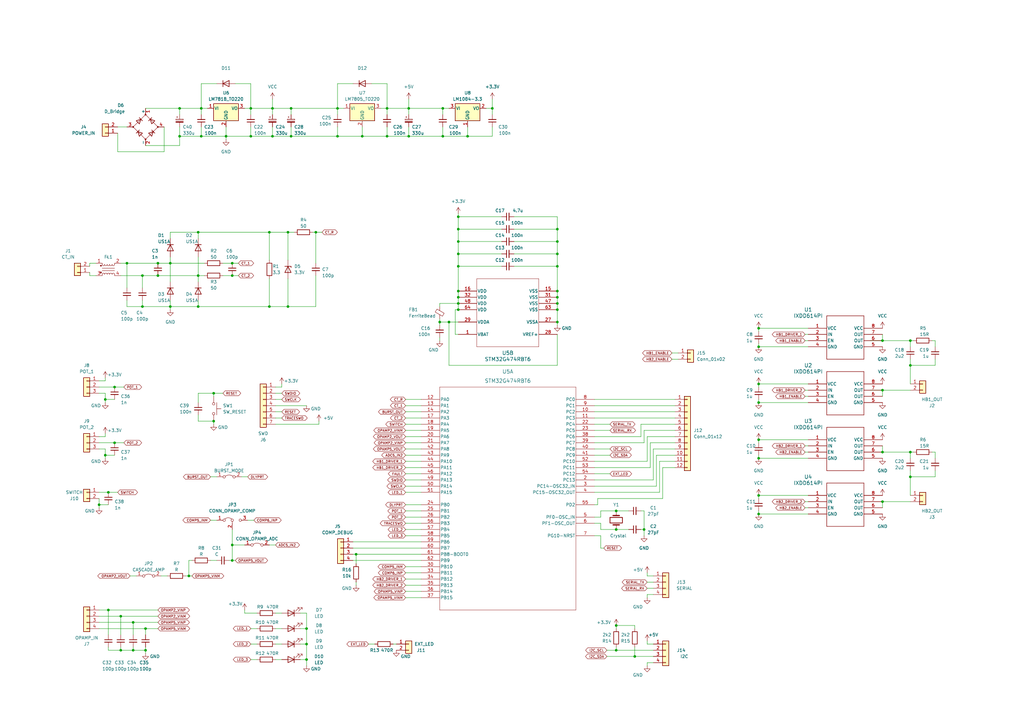
<source format=kicad_sch>
(kicad_sch (version 20230121) (generator eeschema)
  (paper "A3")
  (junction (at 373.38 139.7))
  (junction (at 54.61 255.27))
  (junction (at 228.6 119.38))
  (junction (at 111.76 55.88))
  (junction (at 187.96 88.9))
  (junction (at 361.95 205.74))
  (junction (at 311.15 142.24))
  (junction (at 167.64 55.88))
  (junction (at 167.64 44.45))
  (junction (at 361.95 185.42))
  (junction (at 81.28 113.03))
  (junction (at 58.42 125.73))
  (junction (at 184.15 132.08))
  (junction (at 92.71 55.88))
  (junction (at 125.73 270.51))
  (junction (at 64.77 107.95))
  (junction (at 87.63 161.29))
  (junction (at 311.15 187.96))
  (junction (at 260.35 269.24))
  (junction (at 125.73 257.81))
  (junction (at 264.16 217.17))
  (junction (at 228.6 121.92))
  (junction (at 228.6 99.06))
  (junction (at 46.99 158.75))
  (junction (at 73.66 55.88))
  (junction (at 311.15 157.48))
  (junction (at 118.11 125.73))
  (junction (at 228.6 93.98))
  (junction (at 102.87 55.88))
  (junction (at 187.96 127))
  (junction (at 64.77 113.03))
  (junction (at 252.73 217.17))
  (junction (at 146.05 227.33))
  (junction (at 119.38 55.88))
  (junction (at 181.61 55.88))
  (junction (at 187.96 99.06))
  (junction (at 361.95 139.7))
  (junction (at 87.63 172.72))
  (junction (at 158.75 55.88))
  (junction (at 129.54 95.25))
  (junction (at 44.45 201.93))
  (junction (at 49.53 252.73))
  (junction (at 191.77 55.88))
  (junction (at 82.55 55.88))
  (junction (at 228.6 127))
  (junction (at 373.38 149.86))
  (junction (at 361.95 160.02))
  (junction (at 49.53 266.7))
  (junction (at 52.07 107.95))
  (junction (at 187.96 93.98))
  (junction (at 69.85 125.73))
  (junction (at 44.45 250.19))
  (junction (at 138.43 55.88))
  (junction (at 148.59 55.88))
  (junction (at 40.64 207.01))
  (junction (at 111.76 44.45))
  (junction (at 311.15 165.1))
  (junction (at 311.15 134.62))
  (junction (at 58.42 113.03))
  (junction (at 73.66 44.45))
  (junction (at 373.38 195.58))
  (junction (at 158.75 44.45))
  (junction (at 110.49 125.73))
  (junction (at 69.85 107.95))
  (junction (at 187.96 104.14))
  (junction (at 82.55 44.45))
  (junction (at 46.99 181.61))
  (junction (at 43.18 186.69))
  (junction (at 311.15 210.82))
  (junction (at 81.28 125.73))
  (junction (at 95.25 229.87))
  (junction (at 252.73 256.54))
  (junction (at 187.96 124.46))
  (junction (at 138.43 44.45))
  (junction (at 228.6 109.22))
  (junction (at 119.38 44.45))
  (junction (at 95.25 113.03))
  (junction (at 95.25 107.95))
  (junction (at 81.28 95.25))
  (junction (at 228.6 104.14))
  (junction (at 311.15 180.34))
  (junction (at 228.6 132.08))
  (junction (at 187.96 121.92))
  (junction (at 54.61 266.7))
  (junction (at 77.47 236.22))
  (junction (at 95.25 223.52))
  (junction (at 118.11 95.25))
  (junction (at 228.6 124.46))
  (junction (at 59.69 266.7))
  (junction (at 373.38 185.42))
  (junction (at 311.15 203.2))
  (junction (at 125.73 264.16))
  (junction (at 110.49 95.25))
  (junction (at 187.96 109.22))
  (junction (at 201.93 44.45))
  (junction (at 181.61 44.45))
  (junction (at 102.87 44.45))
  (junction (at 180.34 132.08))
  (junction (at 252.73 209.55))
  (junction (at 59.69 257.81))
  (junction (at 43.18 163.83))
  (junction (at 187.96 119.38))
  (junction (at 252.73 266.7))
  (wire (pts (xy 113.03 264.16) (xy 115.57 264.16)))
  (wire (pts (xy 187.96 119.38) (xy 187.96 121.92)))
  (wire (pts (xy 111.76 46.99) (xy 111.76 44.45)))
  (wire (pts (xy 59.69 59.69) (xy 73.66 59.69)))
  (wire (pts (xy 46.99 181.61) (xy 50.8 181.61)))
  (wire (pts (xy 53.34 236.22) (xy 55.88 236.22)))
  (wire (pts (xy 311.15 134.62) (xy 311.15 135.89)))
  (wire (pts (xy 36.83 111.76) (xy 36.83 113.03)))
  (wire (pts (xy 166.37 166.37) (xy 172.72 166.37)))
  (wire (pts (xy 49.53 260.35) (xy 49.53 252.73)))
  (wire (pts (xy 262.89 217.17) (xy 264.16 217.17)))
  (wire (pts (xy 158.75 52.07) (xy 158.75 55.88)))
  (wire (pts (xy 267.97 243.84) (xy 265.43 243.84)))
  (wire (pts (xy 243.84 166.37) (xy 276.86 166.37)))
  (wire (pts (xy 243.84 207.01) (xy 245.11 207.01)))
  (wire (pts (xy 267.97 264.16) (xy 265.43 264.16)))
  (wire (pts (xy 86.36 229.87) (xy 88.9 229.87)))
  (wire (pts (xy 311.15 210.82) (xy 331.47 210.82)))
  (wire (pts (xy 243.84 214.63) (xy 246.38 214.63)))
  (wire (pts (xy 383.54 142.24) (xy 383.54 139.7)))
  (wire (pts (xy 88.9 34.29) (xy 82.55 34.29)))
  (wire (pts (xy 373.38 195.58) (xy 373.38 203.2)))
  (wire (pts (xy 243.84 171.45) (xy 276.86 171.45)))
  (wire (pts (xy 166.37 168.91) (xy 172.72 168.91)))
  (wire (pts (xy 52.07 118.11) (xy 52.07 107.95)))
  (wire (pts (xy 311.15 165.1) (xy 331.47 165.1)))
  (wire (pts (xy 102.87 52.07) (xy 102.87 55.88)))
  (wire (pts (xy 260.35 269.24) (xy 267.97 269.24)))
  (wire (pts (xy 330.2 137.16) (xy 331.47 137.16)))
  (wire (pts (xy 44.45 265.43) (xy 44.45 266.7)))
  (wire (pts (xy 156.21 44.45) (xy 158.75 44.45)))
  (wire (pts (xy 125.73 270.51) (xy 125.73 273.05)))
  (wire (pts (xy 36.83 109.22) (xy 36.83 107.95)))
  (wire (pts (xy 166.37 207.01) (xy 172.72 207.01)))
  (wire (pts (xy 129.54 113.03) (xy 129.54 125.73)))
  (wire (pts (xy 40.64 184.15) (xy 43.18 184.15)))
  (wire (pts (xy 82.55 34.29) (xy 82.55 44.45)))
  (wire (pts (xy 228.6 149.86) (xy 184.15 149.86)))
  (wire (pts (xy 82.55 44.45) (xy 85.09 44.45)))
  (wire (pts (xy 43.18 163.83) (xy 46.99 163.83)))
  (wire (pts (xy 69.85 125.73) (xy 69.85 127)))
  (wire (pts (xy 186.69 137.16) (xy 186.69 127)))
  (wire (pts (xy 158.75 44.45) (xy 158.75 46.99)))
  (wire (pts (xy 228.6 132.08) (xy 228.6 133.35)))
  (wire (pts (xy 59.69 266.7) (xy 59.69 265.43)))
  (wire (pts (xy 49.53 113.03) (xy 58.42 113.03)))
  (wire (pts (xy 166.37 209.55) (xy 172.72 209.55)))
  (wire (pts (xy 166.37 219.71) (xy 172.72 219.71)))
  (wire (pts (xy 113.03 251.46) (xy 115.57 251.46)))
  (wire (pts (xy 311.15 163.83) (xy 311.15 165.1)))
  (wire (pts (xy 129.54 95.25) (xy 128.27 95.25)))
  (wire (pts (xy 40.64 181.61) (xy 46.99 181.61)))
  (wire (pts (xy 102.87 264.16) (xy 105.41 264.16)))
  (wire (pts (xy 267.97 196.85) (xy 267.97 184.15)))
  (wire (pts (xy 184.15 149.86) (xy 184.15 132.08)))
  (wire (pts (xy 43.18 154.94) (xy 43.18 156.21)))
  (wire (pts (xy 271.78 191.77) (xy 276.86 191.77)))
  (wire (pts (xy 361.95 185.42) (xy 373.38 185.42)))
  (wire (pts (xy 361.95 139.7) (xy 373.38 139.7)))
  (wire (pts (xy 243.84 176.53) (xy 250.19 176.53)))
  (wire (pts (xy 48.26 62.23) (xy 67.31 62.23)))
  (wire (pts (xy 243.84 181.61) (xy 264.16 181.61)))
  (wire (pts (xy 69.85 107.95) (xy 69.85 115.57)))
  (wire (pts (xy 144.78 34.29) (xy 138.43 34.29)))
  (wire (pts (xy 148.59 55.88) (xy 158.75 55.88)))
  (wire (pts (xy 187.96 119.38) (xy 187.96 109.22)))
  (wire (pts (xy 148.59 52.07) (xy 148.59 55.88)))
  (wire (pts (xy 330.2 162.56) (xy 331.47 162.56)))
  (wire (pts (xy 111.76 55.88) (xy 119.38 55.88)))
  (wire (pts (xy 43.18 156.21) (xy 40.64 156.21)))
  (wire (pts (xy 123.19 270.51) (xy 125.73 270.51)))
  (wire (pts (xy 361.95 205.74) (xy 361.95 208.28)))
  (wire (pts (xy 311.15 203.2) (xy 311.15 204.47)))
  (wire (pts (xy 69.85 107.95) (xy 83.82 107.95)))
  (wire (pts (xy 264.16 217.17) (xy 264.16 219.71)))
  (wire (pts (xy 86.36 195.58) (xy 88.9 195.58)))
  (wire (pts (xy 113.03 168.91) (xy 115.57 168.91)))
  (wire (pts (xy 82.55 52.07) (xy 82.55 55.88)))
  (wire (pts (xy 180.34 132.08) (xy 180.34 133.35)))
  (wire (pts (xy 58.42 123.19) (xy 58.42 125.73)))
  (wire (pts (xy 228.6 104.14) (xy 228.6 109.22)))
  (wire (pts (xy 102.87 270.51) (xy 105.41 270.51)))
  (wire (pts (xy 167.64 55.88) (xy 167.64 52.07)))
  (wire (pts (xy 67.31 62.23) (xy 67.31 52.07)))
  (wire (pts (xy 187.96 121.92) (xy 187.96 124.46)))
  (wire (pts (xy 243.84 219.71) (xy 246.38 219.71)))
  (wire (pts (xy 181.61 52.07) (xy 181.61 55.88)))
  (wire (pts (xy 265.43 264.16) (xy 265.43 262.89)))
  (wire (pts (xy 81.28 113.03) (xy 83.82 113.03)))
  (wire (pts (xy 361.95 137.16) (xy 361.95 139.7)))
  (wire (pts (xy 167.64 40.64) (xy 167.64 44.45)))
  (wire (pts (xy 252.73 209.55) (xy 257.81 209.55)))
  (wire (pts (xy 267.97 236.22) (xy 265.43 236.22)))
  (wire (pts (xy 166.37 214.63) (xy 172.72 214.63)))
  (wire (pts (xy 113.03 163.83) (xy 115.57 163.83)))
  (wire (pts (xy 199.39 44.45) (xy 201.93 44.45)))
  (wire (pts (xy 265.43 238.76) (xy 267.97 238.76)))
  (wire (pts (xy 275.59 144.78) (xy 278.13 144.78)))
  (wire (pts (xy 373.38 193.04) (xy 373.38 195.58)))
  (wire (pts (xy 119.38 52.07) (xy 119.38 55.88)))
  (wire (pts (xy 243.84 173.99) (xy 250.19 173.99)))
  (wire (pts (xy 262.89 209.55) (xy 264.16 209.55)))
  (wire (pts (xy 166.37 194.31) (xy 172.72 194.31)))
  (wire (pts (xy 166.37 173.99) (xy 172.72 173.99)))
  (wire (pts (xy 266.7 191.77) (xy 266.7 181.61)))
  (wire (pts (xy 243.84 189.23) (xy 265.43 189.23)))
  (wire (pts (xy 123.19 251.46) (xy 125.73 251.46)))
  (wire (pts (xy 246.38 219.71) (xy 246.38 224.79)))
  (wire (pts (xy 275.59 147.32) (xy 278.13 147.32)))
  (wire (pts (xy 243.84 212.09) (xy 246.38 212.09)))
  (wire (pts (xy 187.96 87.63) (xy 187.96 88.9)))
  (wire (pts (xy 49.53 265.43) (xy 49.53 266.7)))
  (wire (pts (xy 100.33 251.46) (xy 100.33 250.19)))
  (wire (pts (xy 40.64 255.27) (xy 54.61 255.27)))
  (wire (pts (xy 330.2 182.88) (xy 331.47 182.88)))
  (wire (pts (xy 119.38 46.99) (xy 119.38 44.45)))
  (wire (pts (xy 356.87 139.7) (xy 361.95 139.7)))
  (wire (pts (xy 69.85 95.25) (xy 69.85 97.79)))
  (wire (pts (xy 82.55 55.88) (xy 73.66 55.88)))
  (wire (pts (xy 243.84 186.69) (xy 250.19 186.69)))
  (wire (pts (xy 81.28 95.25) (xy 110.49 95.25)))
  (wire (pts (xy 54.61 255.27) (xy 64.77 255.27)))
  (wire (pts (xy 266.7 181.61) (xy 276.86 181.61)))
  (wire (pts (xy 110.49 223.52) (xy 113.03 223.52)))
  (wire (pts (xy 144.78 222.25) (xy 172.72 222.25)))
  (wire (pts (xy 187.96 88.9) (xy 205.74 88.9)))
  (wire (pts (xy 373.38 149.86) (xy 373.38 157.48)))
  (wire (pts (xy 166.37 212.09) (xy 172.72 212.09)))
  (wire (pts (xy 113.03 171.45) (xy 115.57 171.45)))
  (wire (pts (xy 105.41 251.46) (xy 100.33 251.46)))
  (wire (pts (xy 95.25 229.87) (xy 96.52 229.87)))
  (wire (pts (xy 187.96 99.06) (xy 187.96 93.98)))
  (wire (pts (xy 40.64 158.75) (xy 46.99 158.75)))
  (wire (pts (xy 373.38 149.86) (xy 383.54 149.86)))
  (wire (pts (xy 81.28 170.18) (xy 81.28 172.72)))
  (wire (pts (xy 373.38 147.32) (xy 373.38 149.86)))
  (wire (pts (xy 146.05 227.33) (xy 146.05 231.14)))
  (wire (pts (xy 81.28 172.72) (xy 87.63 172.72)))
  (wire (pts (xy 52.07 125.73) (xy 58.42 125.73)))
  (wire (pts (xy 92.71 52.07) (xy 92.71 55.88)))
  (wire (pts (xy 246.38 224.79) (xy 247.65 224.79)))
  (wire (pts (xy 78.74 229.87) (xy 77.47 229.87)))
  (wire (pts (xy 243.84 194.31) (xy 250.19 194.31)))
  (wire (pts (xy 92.71 55.88) (xy 102.87 55.88)))
  (wire (pts (xy 110.49 125.73) (xy 118.11 125.73)))
  (wire (pts (xy 52.07 107.95) (xy 64.77 107.95)))
  (wire (pts (xy 243.84 199.39) (xy 269.24 199.39)))
  (wire (pts (xy 43.18 186.69) (xy 43.18 187.96)))
  (wire (pts (xy 260.35 257.81) (xy 260.35 256.54)))
  (wire (pts (xy 361.95 160.02) (xy 373.38 160.02)))
  (wire (pts (xy 158.75 34.29) (xy 158.75 44.45)))
  (wire (pts (xy 73.66 59.69) (xy 73.66 55.88)))
  (wire (pts (xy 130.81 173.99) (xy 113.03 173.99)))
  (wire (pts (xy 166.37 191.77) (xy 172.72 191.77)))
  (wire (pts (xy 265.43 179.07) (xy 276.86 179.07)))
  (wire (pts (xy 77.47 236.22) (xy 78.74 236.22)))
  (wire (pts (xy 64.77 113.03) (xy 81.28 113.03)))
  (wire (pts (xy 129.54 107.95) (xy 129.54 95.25)))
  (wire (pts (xy 58.42 113.03) (xy 58.42 118.11)))
  (wire (pts (xy 161.29 264.16) (xy 162.56 264.16)))
  (wire (pts (xy 228.6 119.38) (xy 228.6 121.92)))
  (wire (pts (xy 64.77 107.95) (xy 69.85 107.95)))
  (wire (pts (xy 252.73 217.17) (xy 257.81 217.17)))
  (wire (pts (xy 81.28 95.25) (xy 81.28 97.79)))
  (wire (pts (xy 86.36 213.36) (xy 88.9 213.36)))
  (wire (pts (xy 95.25 107.95) (xy 97.79 107.95)))
  (wire (pts (xy 210.82 104.14) (xy 228.6 104.14)))
  (wire (pts (xy 228.6 121.92) (xy 228.6 124.46)))
  (wire (pts (xy 187.96 88.9) (xy 187.96 93.98)))
  (wire (pts (xy 36.83 113.03) (xy 39.37 113.03)))
  (wire (pts (xy 228.6 127) (xy 228.6 132.08)))
  (wire (pts (xy 36.83 107.95) (xy 39.37 107.95)))
  (wire (pts (xy 81.28 123.19) (xy 81.28 125.73)))
  (wire (pts (xy 81.28 105.41) (xy 81.28 113.03)))
  (wire (pts (xy 270.51 189.23) (xy 276.86 189.23)))
  (wire (pts (xy 373.38 185.42) (xy 374.65 185.42)))
  (wire (pts (xy 43.18 177.8) (xy 43.18 179.07)))
  (wire (pts (xy 166.37 217.17) (xy 172.72 217.17)))
  (wire (pts (xy 246.38 217.17) (xy 252.73 217.17)))
  (wire (pts (xy 166.37 196.85) (xy 172.72 196.85)))
  (wire (pts (xy 270.51 201.93) (xy 270.51 189.23)))
  (wire (pts (xy 383.54 185.42) (xy 382.27 185.42)))
  (wire (pts (xy 102.87 34.29) (xy 102.87 44.45)))
  (wire (pts (xy 118.11 95.25) (xy 118.11 106.68)))
  (wire (pts (xy 180.34 138.43) (xy 180.34 139.7)))
  (wire (pts (xy 100.33 44.45) (xy 102.87 44.45)))
  (wire (pts (xy 167.64 55.88) (xy 181.61 55.88)))
  (wire (pts (xy 228.6 99.06) (xy 228.6 104.14)))
  (wire (pts (xy 54.61 265.43) (xy 54.61 266.7)))
  (wire (pts (xy 95.25 223.52) (xy 100.33 223.52)))
  (wire (pts (xy 125.73 251.46) (xy 125.73 257.81)))
  (wire (pts (xy 81.28 113.03) (xy 81.28 115.57)))
  (wire (pts (xy 102.87 55.88) (xy 111.76 55.88)))
  (wire (pts (xy 95.25 217.17) (xy 95.25 223.52)))
  (wire (pts (xy 252.73 256.54) (xy 252.73 257.81)))
  (wire (pts (xy 262.89 173.99) (xy 276.86 173.99)))
  (wire (pts (xy 180.34 130.81) (xy 180.34 132.08)))
  (wire (pts (xy 40.64 161.29) (xy 43.18 161.29)))
  (wire (pts (xy 243.84 184.15) (xy 250.19 184.15)))
  (wire (pts (xy 40.64 252.73) (xy 49.53 252.73)))
  (wire (pts (xy 187.96 109.22) (xy 187.96 104.14)))
  (wire (pts (xy 81.28 161.29) (xy 81.28 165.1)))
  (wire (pts (xy 113.03 257.81) (xy 115.57 257.81)))
  (wire (pts (xy 201.93 40.64) (xy 201.93 44.45)))
  (wire (pts (xy 110.49 114.3) (xy 110.49 125.73)))
  (wire (pts (xy 138.43 52.07) (xy 138.43 55.88)))
  (wire (pts (xy 69.85 105.41) (xy 69.85 107.95)))
  (wire (pts (xy 166.37 186.69) (xy 172.72 186.69)))
  (wire (pts (xy 91.44 113.03) (xy 95.25 113.03)))
  (wire (pts (xy 54.61 255.27) (xy 54.61 260.35)))
  (wire (pts (xy 373.38 139.7) (xy 374.65 139.7)))
  (wire (pts (xy 248.92 266.7) (xy 252.73 266.7)))
  (wire (pts (xy 271.78 204.47) (xy 271.78 191.77)))
  (wire (pts (xy 82.55 46.99) (xy 82.55 44.45)))
  (wire (pts (xy 191.77 52.07) (xy 191.77 55.88)))
  (wire (pts (xy 264.16 181.61) (xy 264.16 176.53)))
  (wire (pts (xy 69.85 95.25) (xy 81.28 95.25)))
  (wire (pts (xy 252.73 266.7) (xy 267.97 266.7)))
  (wire (pts (xy 152.4 34.29) (xy 158.75 34.29)))
  (wire (pts (xy 166.37 242.57) (xy 172.72 242.57)))
  (wire (pts (xy 59.69 266.7) (xy 59.69 267.97)))
  (wire (pts (xy 356.87 160.02) (xy 361.95 160.02)))
  (wire (pts (xy 383.54 139.7) (xy 382.27 139.7)))
  (wire (pts (xy 311.15 181.61) (xy 311.15 180.34)))
  (wire (pts (xy 111.76 52.07) (xy 111.76 55.88)))
  (wire (pts (xy 144.78 229.87) (xy 172.72 229.87)))
  (wire (pts (xy 58.42 125.73) (xy 69.85 125.73)))
  (wire (pts (xy 87.63 161.29) (xy 81.28 161.29)))
  (wire (pts (xy 81.28 125.73) (xy 69.85 125.73)))
  (wire (pts (xy 40.64 204.47) (xy 40.64 207.01)))
  (wire (pts (xy 252.73 265.43) (xy 252.73 266.7)))
  (wire (pts (xy 91.44 161.29) (xy 87.63 161.29)))
  (wire (pts (xy 330.2 185.42) (xy 331.47 185.42)))
  (wire (pts (xy 76.2 236.22) (xy 77.47 236.22)))
  (wire (pts (xy 110.49 95.25) (xy 110.49 106.68)))
  (wire (pts (xy 49.53 252.73) (xy 64.77 252.73)))
  (wire (pts (xy 77.47 229.87) (xy 77.47 236.22)))
  (wire (pts (xy 138.43 34.29) (xy 138.43 44.45)))
  (wire (pts (xy 44.45 250.19) (xy 44.45 260.35)))
  (wire (pts (xy 265.43 243.84) (xy 265.43 245.11)))
  (wire (pts (xy 267.97 184.15) (xy 276.86 184.15)))
  (wire (pts (xy 187.96 99.06) (xy 205.74 99.06)))
  (wire (pts (xy 81.28 125.73) (xy 110.49 125.73)))
  (wire (pts (xy 166.37 234.95) (xy 172.72 234.95)))
  (wire (pts (xy 167.64 44.45) (xy 181.61 44.45)))
  (wire (pts (xy 49.53 266.7) (xy 54.61 266.7)))
  (wire (pts (xy 243.84 163.83) (xy 276.86 163.83)))
  (wire (pts (xy 118.11 125.73) (xy 129.54 125.73)))
  (wire (pts (xy 311.15 142.24) (xy 311.15 140.97)))
  (wire (pts (xy 180.34 124.46) (xy 187.96 124.46)))
  (wire (pts (xy 123.19 264.16) (xy 125.73 264.16)))
  (wire (pts (xy 166.37 240.03) (xy 172.72 240.03)))
  (wire (pts (xy 59.69 44.45) (xy 73.66 44.45)))
  (wire (pts (xy 95.25 113.03) (xy 97.79 113.03)))
  (wire (pts (xy 91.44 107.95) (xy 95.25 107.95)))
  (wire (pts (xy 125.73 264.16) (xy 125.73 270.51)))
  (wire (pts (xy 146.05 227.33) (xy 172.72 227.33)))
  (wire (pts (xy 383.54 193.04) (xy 383.54 195.58)))
  (wire (pts (xy 166.37 181.61) (xy 172.72 181.61)))
  (wire (pts (xy 201.93 52.07) (xy 201.93 55.88)))
  (wire (pts (xy 361.95 182.88) (xy 361.95 185.42)))
  (wire (pts (xy 125.73 257.81) (xy 125.73 264.16)))
  (wire (pts (xy 180.34 132.08) (xy 184.15 132.08)))
  (wire (pts (xy 228.6 124.46) (xy 228.6 127)))
  (wire (pts (xy 210.82 99.06) (xy 228.6 99.06)))
  (wire (pts (xy 144.78 227.33) (xy 146.05 227.33)))
  (wire (pts (xy 140.97 44.45) (xy 138.43 44.45)))
  (wire (pts (xy 102.87 257.81) (xy 105.41 257.81)))
  (wire (pts (xy 311.15 186.69) (xy 311.15 187.96)))
  (wire (pts (xy 228.6 109.22) (xy 228.6 119.38)))
  (wire (pts (xy 73.66 55.88) (xy 73.66 52.07)))
  (wire (pts (xy 167.64 46.99) (xy 167.64 44.45)))
  (wire (pts (xy 54.61 266.7) (xy 59.69 266.7)))
  (wire (pts (xy 58.42 113.03) (xy 64.77 113.03)))
  (wire (pts (xy 48.26 54.61) (xy 48.26 62.23)))
  (wire (pts (xy 246.38 209.55) (xy 252.73 209.55)))
  (wire (pts (xy 361.95 205.74) (xy 373.38 205.74)))
  (wire (pts (xy 73.66 44.45) (xy 82.55 44.45)))
  (wire (pts (xy 228.6 93.98) (xy 228.6 99.06)))
  (wire (pts (xy 186.69 127) (xy 187.96 127)))
  (wire (pts (xy 138.43 44.45) (xy 138.43 46.99)))
  (wire (pts (xy 166.37 189.23) (xy 172.72 189.23)))
  (wire (pts (xy 92.71 57.15) (xy 92.71 55.88)))
  (wire (pts (xy 43.18 186.69) (xy 46.99 186.69)))
  (wire (pts (xy 115.57 158.75) (xy 115.57 157.48)))
  (wire (pts (xy 331.47 142.24) (xy 311.15 142.24)))
  (wire (pts (xy 246.38 214.63) (xy 246.38 217.17)))
  (wire (pts (xy 243.84 201.93) (xy 270.51 201.93)))
  (wire (pts (xy 151.13 264.16) (xy 153.67 264.16)))
  (wire (pts (xy 181.61 44.45) (xy 181.61 46.99)))
  (wire (pts (xy 96.52 34.29) (xy 102.87 34.29)))
  (wire (pts (xy 166.37 237.49) (xy 172.72 237.49)))
  (wire (pts (xy 129.54 95.25) (xy 132.08 95.25)))
  (wire (pts (xy 44.45 250.19) (xy 64.77 250.19)))
  (wire (pts (xy 210.82 93.98) (xy 228.6 93.98)))
  (wire (pts (xy 111.76 40.64) (xy 111.76 44.45)))
  (wire (pts (xy 331.47 134.62) (xy 311.15 134.62)))
  (wire (pts (xy 102.87 44.45) (xy 102.87 46.99)))
  (wire (pts (xy 187.96 124.46) (xy 187.96 127)))
  (wire (pts (xy 264.16 176.53) (xy 276.86 176.53)))
  (wire (pts (xy 87.63 161.29) (xy 87.63 162.56)))
  (wire (pts (xy 383.54 187.96) (xy 383.54 185.42)))
  (wire (pts (xy 228.6 137.16) (xy 228.6 149.86)))
  (wire (pts (xy 331.47 203.2) (xy 311.15 203.2)))
  (wire (pts (xy 311.15 157.48) (xy 311.15 158.75)))
  (wire (pts (xy 187.96 104.14) (xy 187.96 99.06)))
  (wire (pts (xy 248.92 269.24) (xy 260.35 269.24)))
  (wire (pts (xy 118.11 114.3) (xy 118.11 125.73)))
  (wire (pts (xy 113.03 161.29) (xy 115.57 161.29)))
  (wire (pts (xy 40.64 207.01) (xy 40.64 208.28)))
  (wire (pts (xy 123.19 257.81) (xy 125.73 257.81)))
  (wire (pts (xy 181.61 44.45) (xy 184.15 44.45)))
  (wire (pts (xy 46.99 158.75) (xy 50.8 158.75)))
  (wire (pts (xy 166.37 179.07) (xy 172.72 179.07)))
  (wire (pts (xy 265.43 236.22) (xy 265.43 234.95)))
  (wire (pts (xy 187.96 104.14) (xy 205.74 104.14)))
  (wire (pts (xy 228.6 88.9) (xy 228.6 93.98)))
  (wire (pts (xy 49.53 107.95) (xy 52.07 107.95)))
  (wire (pts (xy 43.18 161.29) (xy 43.18 163.83)))
  (wire (pts (xy 180.34 125.73) (xy 180.34 124.46)))
  (wire (pts (xy 311.15 187.96) (xy 331.47 187.96)))
  (wire (pts (xy 138.43 55.88) (xy 148.59 55.88)))
  (wire (pts (xy 120.65 95.25) (xy 118.11 95.25)))
  (wire (pts (xy 158.75 55.88) (xy 167.64 55.88)))
  (wire (pts (xy 59.69 257.81) (xy 59.69 260.35)))
  (wire (pts (xy 264.16 209.55) (xy 264.16 217.17)))
  (wire (pts (xy 210.82 88.9) (xy 228.6 88.9)))
  (wire (pts (xy 119.38 55.88) (xy 138.43 55.88)))
  (wire (pts (xy 243.84 196.85) (xy 267.97 196.85)))
  (wire (pts (xy 260.35 256.54) (xy 252.73 256.54)))
  (wire (pts (xy 95.25 223.52) (xy 95.25 229.87)))
  (wire (pts (xy 52.07 123.19) (xy 52.07 125.73)))
  (wire (pts (xy 243.84 179.07) (xy 262.89 179.07)))
  (wire (pts (xy 166.37 201.93) (xy 172.72 201.93)))
  (wire (pts (xy 245.11 204.47) (xy 271.78 204.47)))
  (wire (pts (xy 144.78 224.79) (xy 172.72 224.79)))
  (wire (pts (xy 184.15 132.08) (xy 187.96 132.08)))
  (wire (pts (xy 373.38 139.7) (xy 373.38 142.24)))
  (wire (pts (xy 40.64 250.19) (xy 44.45 250.19)))
  (wire (pts (xy 330.2 160.02) (xy 331.47 160.02)))
  (wire (pts (xy 43.18 179.07) (xy 40.64 179.07)))
  (wire (pts (xy 43.18 184.15) (xy 43.18 186.69)))
  (wire (pts (xy 113.03 158.75) (xy 115.57 158.75)))
  (wire (pts (xy 101.6 213.36) (xy 104.14 213.36)))
  (wire (pts (xy 269.24 186.69) (xy 276.86 186.69)))
  (wire (pts (xy 187.96 93.98) (xy 205.74 93.98)))
  (wire (pts (xy 373.38 195.58) (xy 383.54 195.58)))
  (wire (pts (xy 311.15 180.34) (xy 331.47 180.34)))
  (wire (pts (xy 373.38 185.42) (xy 373.38 187.96)))
  (wire (pts (xy 260.35 265.43) (xy 260.35 269.24)))
  (wire (pts (xy 210.82 109.22) (xy 228.6 109.22)))
  (wire (pts (xy 166.37 176.53) (xy 172.72 176.53)))
  (wire (pts (xy 330.2 208.28) (xy 331.47 208.28)))
  (wire (pts (xy 40.64 257.81) (xy 59.69 257.81)))
  (wire (pts (xy 265.43 271.78) (xy 265.43 273.05)))
  (wire (pts (xy 111.76 44.45) (xy 119.38 44.45)))
  (wire (pts (xy 130.81 172.72) (xy 130.81 173.99)))
  (wire (pts (xy 383.54 147.32) (xy 383.54 149.86)))
  (wire (pts (xy 166.37 199.39) (xy 172.72 199.39)))
  (wire (pts (xy 113.03 166.37) (xy 125.73 166.37)))
  (wire (pts (xy 113.03 270.51) (xy 115.57 270.51)))
  (wire (pts (xy 59.69 257.81) (xy 64.77 257.81)))
  (wire (pts (xy 66.04 236.22) (xy 68.58 236.22)))
  (wire (pts (xy 118.11 95.25) (xy 110.49 95.25)))
  (wire (pts (xy 166.37 232.41) (xy 172.72 232.41)))
  (wire (pts (xy 330.2 139.7) (xy 331.47 139.7)))
  (wire (pts (xy 166.37 163.83) (xy 172.72 163.83)))
  (wire (pts (xy 167.64 44.45) (xy 158.75 44.45)))
  (wire (pts (xy 73.66 44.45) (xy 73.66 46.99)))
  (wire (pts (xy 246.38 212.09) (xy 246.38 209.55)))
  (wire (pts (xy 265.43 189.23) (xy 265.43 179.07)))
  (wire (pts (xy 245.11 207.01) (xy 245.11 204.47)))
  (wire (pts (xy 262.89 179.07) (xy 262.89 173.99)))
  (wire (pts (xy 201.93 55.88) (xy 191.77 55.88)))
  (wire (pts (xy 201.93 44.45) (xy 201.93 46.99)))
  (wire (pts (xy 48.26 52.07) (xy 52.07 52.07)))
  (wire (pts (xy 243.84 168.91) (xy 276.86 168.91)))
  (wire (pts (xy 267.97 271.78) (xy 265.43 271.78)))
  (wire (pts (xy 361.95 160.02) (xy 361.95 162.56)))
  (wire (pts (xy 40.64 207.01) (xy 44.45 207.01)))
  (wire (pts (xy 69.85 125.73) (xy 69.85 123.19)))
  (wire (pts (xy 181.61 55.88) (xy 191.77 55.88)))
  (wire (pts (xy 331.47 157.48) (xy 311.15 157.48)))
  (wire (pts (xy 187.96 137.16) (xy 186.69 137.16)))
  (wire (pts (xy 40.64 201.93) (xy 44.45 201.93)))
  (wire (pts (xy 102.87 44.45) (xy 111.76 44.45)))
  (wire (pts (xy 44.45 201.93) (xy 48.26 201.93)))
  (wire (pts (xy 265.43 241.3) (xy 267.97 241.3)))
  (wire (pts (xy 146.05 238.76) (xy 146.05 240.03)))
  (wire (pts (xy 243.84 191.77) (xy 266.7 191.77)))
  (wire (pts (xy 187.96 109.22) (xy 205.74 109.22)))
  (wire (pts (xy 166.37 184.15) (xy 172.72 184.15)))
  (wire (pts (xy 82.55 55.88) (xy 92.71 55.88)))
  (wire (pts (xy 311.15 209.55) (xy 311.15 210.82)))
  (wire (pts (xy 43.18 163.83) (xy 43.18 165.1)))
  (wire (pts (xy 93.98 229.87) (xy 95.25 229.87)))
  (wire (pts (xy 87.63 172.72) (xy 87.63 173.99)))
  (wire (pts (xy 44.45 266.7) (xy 49.53 266.7)))
  (wire (pts (xy 330.2 205.74) (xy 331.47 205.74)))
  (wire (pts (xy 166.37 245.11) (xy 172.72 245.11)))
  (wire (pts (xy 99.06 195.58) (xy 101.6 195.58)))
  (wire (pts (xy 166.37 171.45) (xy 172.72 171.45)))
  (wire (pts (xy 269.24 199.39) (xy 269.24 186.69)))
  (wire (pts (xy 119.38 44.45) (xy 138.43 44.45)))
  (global_label "HB1_DRIVER_2" (shape bidirectional) (at 330.2 160.02 180) (effects (font (size 1 1))) (property "Intersheetrefs" "${INTERSHEET_REFS}" (effects hide)))
  (global_label "POT_2" (shape bidirectional) (at 166.37 212.09 180) (effects (font (size 1 1))) (property "Intersheetrefs" "${INTERSHEET_REFS}" (effects hide)))
  (global_label "OPAMP5_VINP" (shape bidirectional) (at 64.77 255.27 0) (effects (font (size 1 1))) (property "Intersheetrefs" "${INTERSHEET_REFS}" (effects hide)))
  (global_label "SWDIO" (shape bidirectional) (at 115.57 161.29 0) (effects (font (size 1 1))) (property "Intersheetrefs" "${INTERSHEET_REFS}" (effects hide)))
  (global_label "OPAMP5_VINM" (shape bidirectional) (at 78.74 236.22 0) (effects (font (size 1 1))) (property "Intersheetrefs" "${INTERSHEET_REFS}" (effects hide)))
  (global_label "OPAMP2_VINP" (shape bidirectional) (at 166.37 181.61 180) (effects (font (size 1 1))) (property "Intersheetrefs" "${INTERSHEET_REFS}" (effects hide)))
  (global_label "OPAMP2_VINM" (shape bidirectional) (at 64.77 252.73 0) (effects (font (size 1 1))) (property "Intersheetrefs" "${INTERSHEET_REFS}" (effects hide)))
  (global_label "CT_R" (shape bidirectional) (at 166.37 163.83 180) (effects (font (size 1 1))) (property "Intersheetrefs" "${INTERSHEET_REFS}" (effects hide)))
  (global_label "EXT_LED" (shape bidirectional) (at 250.19 194.31 0) (effects (font (size 1 1))) (property "Intersheetrefs" "${INTERSHEET_REFS}" (effects hide)))
  (global_label "OPAMP5_VINP" (shape bidirectional) (at 166.37 242.57 180) (effects (font (size 1 1))) (property "Intersheetrefs" "${INTERSHEET_REFS}" (effects hide)))
  (global_label "OPAMP2_VINP" (shape bidirectional) (at 64.77 250.19 0) (effects (font (size 1 1))) (property "Intersheetrefs" "${INTERSHEET_REFS}" (effects hide)))
  (global_label "HB1_ENABLE" (shape bidirectional) (at 330.2 162.56 180) (effects (font (size 1 1))) (property "Intersheetrefs" "${INTERSHEET_REFS}" (effects hide)))
  (global_label "ADC5_IN2" (shape bidirectional) (at 166.37 186.69 180) (effects (font (size 1 1))) (property "Intersheetrefs" "${INTERSHEET_REFS}" (effects hide)))
  (global_label "OPAMP2_VOUT" (shape bidirectional) (at 53.34 236.22 180) (effects (font (size 1 1))) (property "Intersheetrefs" "${INTERSHEET_REFS}" (effects hide)))
  (global_label "SWDIO" (shape bidirectional) (at 166.37 196.85 180) (effects (font (size 1 1))) (property "Intersheetrefs" "${INTERSHEET_REFS}" (effects hide)))
  (global_label "HB1_DRIVER_1" (shape bidirectional) (at 166.37 189.23 180) (effects (font (size 1 1))) (property "Intersheetrefs" "${INTERSHEET_REFS}" (effects hide)))
  (global_label "HB1_DRIVER_1" (shape bidirectional) (at 330.2 137.16 180) (effects (font (size 1 1))) (property "Intersheetrefs" "${INTERSHEET_REFS}" (effects hide)))
  (global_label "OPAMP5_VOUT" (shape bidirectional) (at 166.37 184.15 180) (effects (font (size 1 1))) (property "Intersheetrefs" "${INTERSHEET_REFS}" (effects hide)))
  (global_label "OPAMP5_VINM" (shape bidirectional) (at 64.77 257.81 0) (effects (font (size 1 1))) (property "Intersheetrefs" "${INTERSHEET_REFS}" (effects hide)))
  (global_label "POT_1" (shape bidirectional) (at 166.37 209.55 180) (effects (font (size 1 1))) (property "Intersheetrefs" "${INTERSHEET_REFS}" (effects hide)))
  (global_label "BURST_OUT" (shape bidirectional) (at 86.36 195.58 180) (effects (font (size 1 1))) (property "Intersheetrefs" "${INTERSHEET_REFS}" (effects hide)))
  (global_label "SERIAL_RX" (shape bidirectional) (at 265.43 241.3 180) (effects (font (size 1 1))) (property "Intersheetrefs" "${INTERSHEET_REFS}" (effects hide)))
  (global_label "CT_2" (shape bidirectional) (at 166.37 171.45 180) (effects (font (size 1 1))) (property "Intersheetrefs" "${INTERSHEET_REFS}" (effects hide)))
  (global_label "HB2_ENABLE" (shape bidirectional) (at 275.59 147.32 180) (effects (font (size 1 1))) (property "Intersheetrefs" "${INTERSHEET_REFS}" (effects hide)))
  (global_label "HB1_DRIVER_2" (shape bidirectional) (at 166.37 191.77 180) (effects (font (size 1 1))) (property "Intersheetrefs" "${INTERSHEET_REFS}" (effects hide)))
  (global_label "CT_1" (shape bidirectional) (at 166.37 166.37 180) (effects (font (size 1 1))) (property "Intersheetrefs" "${INTERSHEET_REFS}" (effects hide)))
  (global_label "I2C_SDA" (shape bidirectional) (at 250.19 186.69 0) (effects (font (size 1 1))) (property "Intersheetrefs" "${INTERSHEET_REFS}" (effects hide)))
  (global_label "HB1_ENABLE" (shape bidirectional) (at 275.59 144.78 180) (effects (font (size 1 1))) (property "Intersheetrefs" "${INTERSHEET_REFS}" (effects hide)))
  (global_label "CT_1" (shape bidirectional) (at 97.79 107.95 0) (effects (font (size 1 1))) (property "Intersheetrefs" "${INTERSHEET_REFS}" (effects hide)))
  (global_label "LED_2" (shape bidirectional) (at 102.87 264.16 180) (effects (font (size 1 1))) (property "Intersheetrefs" "${INTERSHEET_REFS}" (effects hide)))
  (global_label "FAULT" (shape bidirectional) (at 166.37 194.31 180) (effects (font (size 1 1))) (property "Intersheetrefs" "${INTERSHEET_REFS}" (effects hide)))
  (global_label "ADC5_IN2" (shape bidirectional) (at 113.03 223.52 0) (effects (font (size 1 1))) (property "Intersheetrefs" "${INTERSHEET_REFS}" (effects hide)))
  (global_label "OPAMP5_VOUT" (shape bidirectional) (at 96.52 229.87 0) (effects (font (size 1 1))) (property "Intersheetrefs" "${INTERSHEET_REFS}" (effects hide)))
  (global_label "HB2_DRIVER_1" (shape bidirectional) (at 330.2 182.88 180) (effects (font (size 1 1))) (property "Intersheetrefs" "${INTERSHEET_REFS}" (effects hide)))
  (global_label "HB2_DRIVER_2" (shape bidirectional) (at 166.37 240.03 180) (effects (font (size 1 1))) (property "Intersheetrefs" "${INTERSHEET_REFS}" (effects hide)))
  (global_label "POT_2" (shape bidirectional) (at 50.8 181.61 0) (effects (font (size 1 1))) (property "Intersheetrefs" "${INTERSHEET_REFS}" (effects hide)))
  (global_label "SERIAL_RX" (shape bidirectional) (at 250.19 176.53 0) (effects (font (size 1 1))) (property "Intersheetrefs" "${INTERSHEET_REFS}" (effects hide)))
  (global_label "RESET" (shape bidirectional) (at 247.65 224.79 0) (effects (font (size 1 1))) (property "Intersheetrefs" "${INTERSHEET_REFS}" (effects hide)))
  (global_label "COMP6_INP" (shape bidirectional) (at 166.37 234.95 180) (effects (font (size 1 1))) (property "Intersheetrefs" "${INTERSHEET_REFS}" (effects hide)))
  (global_label "EXT_LED" (shape bidirectional) (at 151.13 264.16 180) (effects (font (size 1 1))) (property "Intersheetrefs" "${INTERSHEET_REFS}" (effects hide)))
  (global_label "HB2_ENABLE" (shape bidirectional) (at 330.2 185.42 180) (effects (font (size 1 1))) (property "Intersheetrefs" "${INTERSHEET_REFS}" (effects hide)))
  (global_label "LED_2" (shape bidirectional) (at 166.37 217.17 180) (effects (font (size 1 1))) (property "Intersheetrefs" "${INTERSHEET_REFS}" (effects hide)))
  (global_label "HB2_ENABLE" (shape bidirectional) (at 330.2 208.28 180) (effects (font (size 1 1))) (property "Intersheetrefs" "${INTERSHEET_REFS}" (effects hide)))
  (global_label "TRACESWO" (shape bidirectional) (at 166.37 214.63 180) (effects (font (size 1 1))) (property "Intersheetrefs" "${INTERSHEET_REFS}" (effects hide)))
  (global_label "OPAMP5_VINM" (shape bidirectional) (at 166.37 245.11 180) (effects (font (size 1 1))) (property "Intersheetrefs" "${INTERSHEET_REFS}" (effects hide)))
  (global_label "OPAMP2_VOUT" (shape bidirectional) (at 166.37 179.07 180) (effects (font (size 1 1))) (property "Intersheetrefs" "${INTERSHEET_REFS}" (effects hide)))
  (global_label "LED_3" (shape bidirectional) (at 102.87 270.51 180) (effects (font (size 1 1))) (property "Intersheetrefs" "${INTERSHEET_REFS}" (effects hide)))
  (global_label "LED_1" (shape bidirectional) (at 102.87 257.81 180) (effects (font (size 1 1))) (property "Intersheetrefs" "${INTERSHEET_REFS}" (effects hide)))
  (global_label "DLYPRT" (shape bidirectional) (at 101.6 195.58 0) (effects (font (size 1 1))) (property "Intersheetrefs" "${INTERSHEET_REFS}" (effects hide)))
  (global_label "CT_2" (shape bidirectional) (at 97.79 113.03 0) (effects (font (size 1 1))) (property "Intersheetrefs" "${INTERSHEET_REFS}" (effects hide)))
  (global_label "I2C_SCL" (shape bidirectional) (at 250.19 184.15 0) (effects (font (size 1 1))) (property "Intersheetrefs" "${INTERSHEET_REFS}" (effects hide)))
  (global_label "LED_1" (shape bidirectional) (at 166.37 201.93 180) (effects (font (size 1 1))) (property "Intersheetrefs" "${INTERSHEET_REFS}" (effects hide)))
  (global_label "DLYPRT" (shape bidirectional) (at 166.37 207.01 180) (effects (font (size 1 1))) (property "Intersheetrefs" "${INTERSHEET_REFS}" (effects hide)))
  (global_label "BURST_OUT" (shape bidirectional) (at 166.37 168.91 180) (effects (font (size 1 1))) (property "Intersheetrefs" "${INTERSHEET_REFS}" (effects hide)))
  (global_label "I2C_SCL" (shape bidirectional) (at 248.92 266.7 180) (effects (font (size 1 1))) (property "Intersheetrefs" "${INTERSHEET_REFS}" (effects hide)))
  (global_label "POT_1" (shape bidirectional) (at 50.8 158.75 0) (effects (font (size 1 1))) (property "Intersheetrefs" "${INTERSHEET_REFS}" (effects hide)))
  (global_label "RESET" (shape bidirectional) (at 115.57 168.91 0) (effects (font (size 1 1))) (property "Intersheetrefs" "${INTERSHEET_REFS}" (effects hide)))
  (global_label "OPAMP2_VINM" (shape bidirectional) (at 166.37 176.53 180) (effects (font (size 1 1))) (property "Intersheetrefs" "${INTERSHEET_REFS}" (effects hide)))
  (global_label "LED_3" (shape bidirectional) (at 166.37 219.71 180) (effects (font (size 1 1))) (property "Intersheetrefs" "${INTERSHEET_REFS}" (effects hide)))
  (global_label "SERIAL_TX" (shape bidirectional) (at 250.19 173.99 0) (effects (font (size 1 1))) (property "Intersheetrefs" "${INTERSHEET_REFS}" (effects hide)))
  (global_label "COMP5_INM" (shape bidirectional) (at 86.36 213.36 180) (effects (font (size 1 1))) (property "Intersheetrefs" "${INTERSHEET_REFS}" (effects hide)))
  (global_label "HB2_DRIVER_1" (shape bidirectional) (at 166.37 237.49 180) (effects (font (size 1 1))) (property "Intersheetrefs" "${INTERSHEET_REFS}" (effects hide)))
  (global_label "SWITCH" (shape bidirectional) (at 166.37 173.99 180) (effects (font (size 1 1))) (property "Intersheetrefs" "${INTERSHEET_REFS}" (effects hide)))
  (global_label "SWITCH" (shape bidirectional) (at 48.26 201.93 0) (effects (font (size 1 1))) (property "Intersheetrefs" "${INTERSHEET_REFS}" (effects hide)))
  (global_label "SWCLK" (shape bidirectional) (at 115.57 163.83 0) (effects (font (size 1 1))) (property "Intersheetrefs" "${INTERSHEET_REFS}" (effects hide)))
  (global_label "COMP6_INP" (shape bidirectional) (at 104.14 213.36 0) (effects (font (size 1 1))) (property "Intersheetrefs" "${INTERSHEET_REFS}" (effects hide)))
  (global_label "SERIAL_TX" (shape bidirectional) (at 265.43 238.76 180) (effects (font (size 1 1))) (property "Intersheetrefs" "${INTERSHEET_REFS}" (effects hide)))
  (global_label "I2C_SDA" (shape bidirectional) (at 248.92 269.24 180) (effects (font (size 1 1))) (property "Intersheetrefs" "${INTERSHEET_REFS}" (effects hide)))
  (global_label "TRACESWO" (shape bidirectional) (at 115.57 171.45 0) (effects (font (size 1 1))) (property "Intersheetrefs" "${INTERSHEET_REFS}" (effects hide)))
  (global_label "HB2_DRIVER_2" (shape bidirectional) (at 330.2 205.74 180) (effects (font (size 1 1))) (property "Intersheetrefs" "${INTERSHEET_REFS}" (effects hide)))
  (global_label "COMP5_INM" (shape bidirectional) (at 166.37 232.41 180) (effects (font (size 1 1))) (property "Intersheetrefs" "${INTERSHEET_REFS}" (effects hide)))
  (global_label "SWCLK" (shape bidirectional) (at 166.37 199.39 180) (effects (font (size 1 1))) (property "Intersheetrefs" "${INTERSHEET_REFS}" (effects hide)))
  (global_label "RESET" (shape bidirectional) (at 91.44 161.29 0) (effects (font (size 1 1))) (property "Intersheetrefs" "${INTERSHEET_REFS}" (effects hide)))
  (global_label "HB1_ENABLE" (shape bidirectional) (at 330.2 139.7 180) (effects (font (size 1 1))) (property "Intersheetrefs" "${INTERSHEET_REFS}" (effects hide)))
  (global_label "CT_R" (shape bidirectional) (at 132.08 95.25 0) (effects (font (size 1 1))) (property "Intersheetrefs" "${INTERSHEET_REFS}" (effects hide)))
  (symbol (lib_id "power:GND") (at 311.15 187.96 0) (unit 1)
    (property "Reference" "#PWR011" (effects hide))
    (property "Value" "GND" (at 311.15 193.04 0))
  )
  (symbol (lib_id "Device:R") (at 378.46 139.7 270) (unit 1)
    (property "Reference" "R5" (at 377.19 134.62 90) (effects (justify left)))
    (property "Value" "15R" (at 377.19 137.16 90) (effects (justify left)))
    (property "Footprint" "Resistor_SMD:R_1206_3216Metric_Pad1.30x1.75mm_HandSolder" (effects hide))
  )
  (symbol (lib_id "Diode:US1A") (at 81.28 119.38 270) (unit 1)
    (property "Reference" "D4" (at 76.2 120.65 90) (effects (justify left)))
    (property "Value" "US1A" (at 76.2 123.19 90) (effects (justify left)))
    (property "Footprint" "Diode_SMD:D_SMA_Handsoldering" (effects hide))
    (property "Datasheet" "https://www.diodes.com/assets/Datasheets/ds16008.pdf" (effects hide))
    (property "Sim.Device" "D" (effects hide))
    (property "Sim.Pins" "1=K 2=A" (effects hide))
  )
  (symbol (lib_id "Device:C_Small") (at 311.15 161.29 0) (unit 1)
    (property "Reference" "C9" (at 306.07 160.02 0) (effects (justify left)))
    (property "Value" "1u" (at 306.07 162.56 0) (effects (justify left)))
    (property "Footprint" "Capacitor_SMD:C_1206_3216Metric_Pad1.33x1.80mm_HandSolder" (effects hide))
  )
  (symbol (lib_id "power:GND") (at 180.34 139.7 0) (unit 1)
    (property "Reference" "#PWR041" (effects hide))
    (property "Value" "GND" (at 177.8 143.51 0))
  )
  (symbol (lib_id "power:GND") (at 361.95 210.82 0) (unit 1)
    (property "Reference" "#PWR016" (effects hide))
    (property "Value" "GND" (at 361.95 215.9 0))
  )
  (symbol (lib_id "power:+5V") (at 265.43 234.95 0) (unit 1)
    (property "Reference" "#PWR036" (effects hide))
    (property "Value" "+5V" (at 261.62 233.68 0))
  )
  (symbol (lib_id "power:GND") (at 92.71 57.15 0) (unit 1)
    (property "Reference" "#PWR022" (effects hide))
    (property "Value" "GND" (at 92.71 62.23 0))
  )
  (symbol (lib_id "Device:C_Small") (at 208.28 93.98 90) (unit 1)
    (property "Reference" "C15" (at 207.01 91.44 90) (effects (justify left)))
    (property "Value" "100n" (at 214.63 91.44 90) (effects (justify left)))
    (property "Footprint" "Capacitor_SMD:C_1206_3216Metric_Pad1.33x1.80mm_HandSolder" (effects hide))
  )
  (symbol (lib_id "Connector_Generic:Conn_01x03") (at 35.56 181.61 0) (mirror y) (unit 1)
    (property "Reference" "J9" (at 35.56 172.72 0))
    (property "Value" "POT_2" (at 35.56 175.26 0))
    (property "Footprint" "Connector_PinHeader_2.54mm:PinHeader_1x03_P2.54mm_Vertical" (effects hide))
  )
  (symbol (lib_id "Connector_Generic:Conn_01x04") (at 35.56 252.73 0) (mirror y) (unit 1)
    (property "Reference" "J7" (at 35.56 264.16 0))
    (property "Value" "OPAMP_IN" (at 35.56 261.62 0))
    (property "Footprint" "Connector_PinHeader_2.54mm:PinHeader_1x04_P2.54mm_Vertical" (effects hide))
  )
  (symbol (lib_id "Device:R") (at 82.55 229.87 90) (unit 1)
    (property "Reference" "R8" (at 82.55 224.79 90))
    (property "Value" "R" (at 82.55 227.33 90))
    (property "Footprint" "Resistor_THT:R_Axial_DIN0207_L6.3mm_D2.5mm_P10.16mm_Horizontal" (effects hide))
  )
  (symbol (lib_id "Device:C_Small") (at 59.69 262.89 0) (unit 1)
    (property "Reference" "C35" (at 57.15 271.78 0) (effects (justify left)))
    (property "Value" "100p" (at 57.15 274.32 0) (effects (justify left)))
    (property "Footprint" "Capacitor_SMD:C_1206_3216Metric_Pad1.33x1.80mm_HandSolder" (effects hide))
  )
  (symbol (lib_id "Diode:US1A") (at 81.28 101.6 270) (unit 1)
    (property "Reference" "D2" (at 76.2 96.52 90) (effects (justify left)))
    (property "Value" "US1A" (at 76.2 99.06 90) (effects (justify left)))
    (property "Footprint" "Diode_SMD:D_SMA_Handsoldering" (effects hide))
    (property "Datasheet" "https://www.diodes.com/assets/Datasheets/ds16008.pdf" (effects hide))
    (property "Sim.Device" "D" (effects hide))
    (property "Sim.Pins" "1=K 2=A" (effects hide))
  )
  (symbol (lib_id "power:+3.3V") (at 115.57 157.48 0) (unit 1)
    (property "Reference" "#PWR025" (effects hide))
    (property "Value" "+3.3V" (at 119.38 156.21 0))
  )
  (symbol (lib_id "Connector_Generic:Conn_01x04") (at 273.05 266.7 0) (unit 1)
    (property "Reference" "J14" (at 279.4 266.7 0))
    (property "Value" "I2C" (at 280.67 269.24 0))
    (property "Footprint" "Connector_PinHeader_2.54mm:PinHeader_1x04_P2.54mm_Vertical" (effects hide))
  )
  (symbol (lib_id "power:GND") (at 311.15 210.82 0) (unit 1)
    (property "Reference" "#PWR012" (effects hide))
    (property "Value" "GND" (at 311.15 215.9 0))
  )
  (symbol (lib_id "Device:C_Polarized_Small") (at 111.76 49.53 0) (unit 1)
    (property "Reference" "C24" (at 113.03 52.07 0) (effects (justify left)))
    (property "Value" "330u" (at 113.03 54.61 0) (effects (justify left)))
    (property "Footprint" "Capacitor_THT:CP_Radial_D10.0mm_P5.00mm" (effects hide))
  )
  (symbol (lib_id "Device:R") (at 260.35 261.62 180) (unit 1)
    (property "Reference" "R15" (at 256.54 262.89 0))
    (property "Value" "2k2" (at 256.54 260.35 0))
    (property "Footprint" "Resistor_SMD:R_1206_3216Metric_Pad1.30x1.75mm_HandSolder" (effects hide))
  )
  (symbol (lib_id "power:+5V") (at 265.43 262.89 0) (unit 1)
    (property "Reference" "#PWR038" (effects hide))
    (property "Value" "+5V" (at 267.97 260.35 0))
  )
  (symbol (lib_id "power:+5V") (at 167.64 40.64 0) (unit 1)
    (property "Reference" "#PWR020" (effects hide))
    (property "Value" "+5V" (at 167.64 35.56 0))
  )
  (symbol (lib_id "Connector_Generic:Conn_01x07") (at 107.95 166.37 0) (mirror y) (unit 1)
    (property "Reference" "J6" (at 107.95 180.34 0))
    (property "Value" "SWD" (at 107.95 177.8 0))
    (property "Footprint" "Connector_PinHeader_2.54mm:PinHeader_1x07_P2.54mm_Vertical" (effects hide))
  )
  (symbol (lib_id "power:+3.3V") (at 187.96 87.63 0) (unit 1)
    (property "Reference" "#PWR019" (effects hide))
    (property "Value" "+3.3V" (at 187.96 82.55 0))
  )
  (symbol (lib_id "Device:R") (at 109.22 251.46 90) (unit 1)
    (property "Reference" "R9" (at 106.68 248.92 90))
    (property "Value" "470R" (at 111.76 248.92 90))
    (property "Footprint" "Resistor_SMD:R_1206_3216Metric_Pad1.30x1.75mm_HandSolder" (effects hide))
  )
  (symbol (lib_id "power:VCC") (at 111.76 40.64 0) (unit 1)
    (property "Reference" "#PWR021" (effects hide))
    (property "Value" "VCC" (at 111.76 35.56 0))
  )
  (symbol (lib_id "power:VCC") (at 361.95 180.34 0) (unit 1)
    (property "Reference" "#PWR08" (effects hide))
    (property "Value" "VCC" (at 361.95 175.26 0))
  )
  (symbol (lib_id "Device:C_Small") (at 52.07 120.65 0) (unit 1)
    (property "Reference" "C5" (at 49.53 128.27 0) (effects (justify left)))
    (property "Value" "100p" (at 49.53 130.81 0) (effects (justify left)))
    (property "Footprint" "Capacitor_SMD:C_1206_3216Metric_Pad1.33x1.80mm_HandSolder" (effects hide))
  )
  (symbol (lib_id "Device:D_Zener") (at 118.11 110.49 270) (unit 1)
    (property "Reference" "D5" (at 120.65 109.22 90) (effects (justify left)))
    (property "Value" "3.3V" (at 120.65 111.76 90) (effects (justify left)))
    (property "Footprint" "Diode_SMD:D_SMA_Handsoldering" (effects hide))
  )
  (symbol (lib_id "MCU_ST_STM32G4:STM32G474RBT6") (at 187.96 119.38 0) (unit 2)
    (property "Reference" "U5" (at 208.28 144.78 0) (effects (font (size 1.524 1.524))))
    (property "Value" "STM32G474RBT6" (at 208.28 147.32 0) (effects (font (size 1.524 1.524))))
    (property "Footprint" "Package_QFP:LQFP-64_10x10mm_P0.5mm" (effects hide))
    (property "Datasheet" "STM32G474RBT6" (effects hide))
  )
  (symbol (lib_id "Device:C_Small") (at 208.28 109.22 90) (unit 1)
    (property "Reference" "C12" (at 207.01 106.68 90) (effects (justify left)))
    (property "Value" "100n" (at 214.63 106.68 90) (effects (justify left)))
    (property "Footprint" "Capacitor_SMD:C_1206_3216Metric_Pad1.33x1.80mm_HandSolder" (effects hide))
  )
  (symbol (lib_id "Diode:US1A") (at 69.85 101.6 270) (unit 1)
    (property "Reference" "D1" (at 64.77 96.52 90) (effects (justify left)))
    (property "Value" "US1A" (at 64.77 99.06 90) (effects (justify left)))
    (property "Footprint" "Diode_SMD:D_SMA_Handsoldering" (effects hide))
    (property "Datasheet" "https://www.diodes.com/assets/Datasheets/ds16008.pdf" (effects hide))
    (property "Sim.Device" "D" (effects hide))
    (property "Sim.Pins" "1=K 2=A" (effects hide))
  )
  (symbol (lib_id "Jumper:Jumper_2_Bridged") (at 105.41 223.52 0) (unit 1)
    (property "Reference" "JP4" (at 105.41 218.44 0))
    (property "Value" "CONN_OPAMP_ADC" (at 105.41 220.98 0))
    (property "Footprint" "Connector_PinHeader_2.54mm:PinHeader_1x02_P2.54mm_Vertical" (effects hide))
  )
  (symbol (lib_id "Device:C_Small") (at 58.42 120.65 0) (unit 1)
    (property "Reference" "C4" (at 55.88 128.27 0) (effects (justify left)))
    (property "Value" "100p" (at 55.88 130.81 0) (effects (justify left)))
    (property "Footprint" "Capacitor_SMD:C_1206_3216Metric_Pad1.33x1.80mm_HandSolder" (effects hide))
  )
  (symbol (lib_id "Device:C_Small") (at 260.35 217.17 90) (unit 1)
    (property "Reference" "C2" (at 267.97 215.9 90))
    (property "Value" "27pF" (at 267.97 218.44 90))
    (property "Footprint" "Capacitor_SMD:C_1206_3216Metric_Pad1.33x1.80mm_HandSolder" (effects hide))
  )
  (symbol (lib_id "power:GND") (at 43.18 187.96 0) (unit 1)
    (property "Reference" "#PWR031" (effects hide))
    (property "Value" "GND" (at 39.37 189.23 0))
  )
  (symbol (lib_id "power:GND") (at 265.43 245.11 0) (unit 1)
    (property "Reference" "#PWR037" (effects hide))
    (property "Value" "GND" (at 261.62 248.92 0))
  )
  (symbol (lib_id "Switch:SW_Push") (at 87.63 167.64 270) (unit 1)
    (property "Reference" "SW1" (at 91.44 166.37 90) (effects (justify left)))
    (property "Value" "SW_RESET" (at 91.44 168.91 90) (effects (justify left)))
    (property "Footprint" "Button_Switch_SMD:SW_SPST_B3S-1000" (effects hide))
  )
  (symbol (lib_id "Jumper:Jumper_3_Bridged12") (at 95.25 213.36 0) (unit 1)
    (property "Reference" "JP3" (at 95.25 207.01 0))
    (property "Value" "CONN_OPAMP_COMP" (at 95.25 209.55 0))
    (property "Footprint" "Connector_PinHeader_2.54mm:PinHeader_1x03_P2.54mm_Vertical" (effects hide))
  )
  (symbol (lib_id "Connector_Generic:Conn_01x04") (at 273.05 238.76 0) (unit 1)
    (property "Reference" "J13" (at 279.4 238.76 0))
    (property "Value" "SERIAL" (at 280.67 241.3 0))
    (property "Footprint" "Connector_PinHeader_2.54mm:PinHeader_1x04_P2.54mm_Vertical" (effects hide))
  )
  (symbol (lib_id "power:GND") (at 361.95 142.24 0) (unit 1)
    (property "Reference" "#PWR013" (effects hide))
    (property "Value" "GND" (at 361.95 147.32 0))
  )
  (symbol (lib_id "MCU_ST_STM32G4:STM32G474RBT6") (at 172.72 163.83 0) (unit 1)
    (property "Reference" "U5" (at 208.28 152.4 0) (effects (font (size 1.524 1.524))))
    (property "Value" "STM32G474RBT6" (at 208.28 156.21 0) (effects (font (size 1.524 1.524))))
    (property "Footprint" "Package_QFP:LQFP-64_10x10mm_P0.5mm" (effects hide))
    (property "Datasheet" "STM32G474RBT6" (effects hide))
  )
  (symbol (lib_id "Regulator_Linear:LM7805_TO220") (at 148.59 44.45 0) (unit 1)
    (property "Reference" "U7" (at 148.59 38.1 0))
    (property "Value" "LM7805_TO220" (at 148.59 40.64 0))
    (property "Footprint" "Package_TO_SOT_THT:TO-220-3_Vertical" (effects hide))
    (property "Datasheet" "https://www.onsemi.cn/PowerSolutions/document/MC7800-D.PDF" (effects hide))
  )
  (symbol (lib_id "Device:C_Small") (at 81.28 167.64 0) (unit 1)
    (property "Reference" "C39" (at 73.66 166.37 0) (effects (justify left)))
    (property "Value" "100n" (at 73.66 168.91 0) (effects (justify left)))
    (property "Footprint" "Capacitor_SMD:C_1206_3216Metric_Pad1.33x1.80mm_HandSolder" (effects hide))
  )
  (symbol (lib_id "Device:C_Small") (at 46.99 184.15 0) (unit 1)
    (property "Reference" "C37" (at 49.53 185.42 0) (effects (justify left)))
    (property "Value" "1n" (at 49.53 187.96 0) (effects (justify left)))
    (property "Footprint" "Capacitor_SMD:C_1206_3216Metric_Pad1.33x1.80mm_HandSolder" (effects hide))
  )
  (symbol (lib_id "Device:LED") (at 119.38 251.46 180) (unit 1)
    (property "Reference" "D7" (at 130.81 250.19 0))
    (property "Value" "LED" (at 130.81 252.73 0))
    (property "Footprint" "LED_SMD:LED_1206_3216Metric_Pad1.42x1.75mm_HandSolder" (effects hide))
  )
  (symbol (lib_id "Regulator_Linear:LM7818_TO220") (at 92.71 44.45 0) (unit 1)
    (property "Reference" "U6" (at 92.71 38.1 0))
    (property "Value" "LM7818_TO220" (at 92.71 40.64 0))
    (property "Footprint" "Package_TO_SOT_THT:TO-220-3_Vertical" (effects hide))
    (property "Datasheet" "https://www.onsemi.cn/PowerSolutions/document/MC7800-D.PDF" (effects hide))
  )
  (symbol (lib_id "Connector_Generic:Conn_01x02") (at 378.46 157.48 0) (unit 1)
    (property "Reference" "J2" (at 382.27 166.37 0))
    (property "Value" "HB1_OUT" (at 382.27 163.83 0))
    (property "Footprint" "TerminalBlock:TerminalBlock_bornier-2_P5.08mm" (effects hide))
  )
  (symbol (lib_id "Device:R") (at 146.05 234.95 180) (unit 1)
    (property "Reference" "R16" (at 142.24 233.68 0))
    (property "Value" "10k" (at 142.24 236.22 0))
    (property "Footprint" "Resistor_SMD:R_1206_3216Metric_Pad1.30x1.75mm_HandSolder" (effects hide))
  )
  (symbol (lib_id "Connector_Generic:Conn_01x02") (at 167.64 264.16 0) (unit 1)
    (property "Reference" "J11" (at 172.72 266.7 0))
    (property "Value" "EXT_LED" (at 173.99 264.16 0))
    (property "Footprint" "Connector_PinHeader_2.54mm:PinHeader_1x02_P2.54mm_Vertical" (effects hide))
  )
  (symbol (lib_id "Device:Filter_EMI_CommonMode") (at 44.45 110.49 0) (unit 1)
    (property "Reference" "FL1" (at 44.45 105.41 0))
    (property "Value" "~" (at 44.069 105.41 0))
    (property "Footprint" "Inductor_SMD:L_CommonModeChoke_TDK_ACM7060" (effects hide))
  )
  (symbol (lib_id "power:GND") (at 59.69 267.97 0) (unit 1)
    (property "Reference" "#PWR023" (effects hide))
    (property "Value" "GND" (at 63.5 269.24 0))
  )
  (symbol (lib_id "Device:C_Small") (at 44.45 262.89 0) (unit 1)
    (property "Reference" "C32" (at 41.91 271.78 0) (effects (justify left)))
    (property "Value" "100p" (at 41.91 274.32 0) (effects (justify left)))
    (property "Footprint" "Capacitor_SMD:C_1206_3216Metric_Pad1.33x1.80mm_HandSolder" (effects hide))
  )
  (symbol (lib_id "Jumper:Jumper_2_Bridged") (at 60.96 236.22 0) (unit 1)
    (property "Reference" "JP2" (at 60.96 231.14 0))
    (property "Value" "CASCADE_AMP" (at 60.96 233.68 0))
    (property "Footprint" "Connector_PinHeader_2.54mm:PinHeader_1x02_P2.54mm_Vertical" (effects hide))
  )
  (symbol (lib_id "Device:C_Small") (at 383.54 144.78 180) (unit 1)
    (property "Reference" "C19" (at 381 143.51 0) (effects (justify left)))
    (property "Value" "1u" (at 381 146.05 0) (effects (justify left)))
    (property "Footprint" "Capacitor_SMD:C_1206_3216Metric_Pad1.33x1.80mm_HandSolder" (effects hide))
  )
  (symbol (lib_id "power:GND") (at 228.6 133.35 0) (unit 1)
    (property "Reference" "#PWR018" (effects hide))
    (property "Value" "GND" (at 232.41 134.62 0))
  )
  (symbol (lib_id "Device:FerriteBead_Small") (at 180.34 128.27 0) (unit 1)
    (property "Reference" "FB1" (at 167.64 127 0) (effects (justify left)))
    (property "Value" "FerriteBead" (at 167.64 129.54 0) (effects (justify left)))
    (property "Footprint" "Resistor_SMD:R_1206_3216Metric_Pad1.30x1.75mm_HandSolder" (effects hide))
  )
  (symbol (lib_id "Device:C_Small") (at 46.99 161.29 0) (unit 1)
    (property "Reference" "C36" (at 49.53 162.56 0) (effects (justify left)))
    (property "Value" "1n" (at 49.53 165.1 0) (effects (justify left)))
    (property "Footprint" "Capacitor_SMD:C_1206_3216Metric_Pad1.33x1.80mm_HandSolder" (effects hide))
  )
  (symbol (lib_id "power:+3.3V") (at 43.18 177.8 0) (unit 1)
    (property "Reference" "#PWR029" (effects hide))
    (property "Value" "+3.3V" (at 46.99 176.53 0))
  )
  (symbol (lib_id "Device:LED") (at 119.38 264.16 180) (unit 1)
    (property "Reference" "D9" (at 130.81 262.89 0))
    (property "Value" "LED" (at 130.81 265.43 0))
    (property "Footprint" "LED_SMD:LED_1206_3216Metric_Pad1.42x1.75mm_HandSolder" (effects hide))
  )
  (symbol (lib_id "Device:C_Small") (at 64.77 110.49 0) (unit 1)
    (property "Reference" "C3" (at 62.23 102.87 0) (effects (justify left)))
    (property "Value" "1n" (at 62.23 105.41 0) (effects (justify left)))
    (property "Footprint" "Capacitor_SMD:C_1206_3216Metric_Pad1.33x1.80mm_HandSolder" (effects hide))
  )
  (symbol (lib_id "Device:R") (at 87.63 113.03 90) (unit 1)
    (property "Reference" "R3" (at 87.63 115.57 90))
    (property "Value" "50" (at 87.63 118.11 90))
    (property "Footprint" "Resistor_SMD:R_1206_3216Metric_Pad1.30x1.75mm_HandSolder" (effects hide))
  )
  (symbol (lib_id "Connector_Generic:Conn_01x02") (at 43.18 54.61 180) (unit 1)
    (property "Reference" "J4" (at 34.29 52.07 0))
    (property "Value" "POWER_IN" (at 34.29 54.61 0))
    (property "Footprint" "TerminalBlock:TerminalBlock_bornier-2_P5.08mm" (effects hide))
  )
  (symbol (lib_id "Connector_Generic:Conn_01x02") (at 378.46 203.2 0) (unit 1)
    (property "Reference" "J3" (at 382.27 212.09 0))
    (property "Value" "HB2_OUT" (at 382.27 209.55 0))
    (property "Footprint" "TerminalBlock:TerminalBlock_bornier-2_P5.08mm" (effects hide))
  )
  (symbol (lib_id "power:+5V") (at 130.81 172.72 0) (unit 1)
    (property "Reference" "#PWR027" (effects hide))
    (property "Value" "+5V" (at 134.62 171.45 0))
  )
  (symbol (lib_id "Device:C_Polarized_Small") (at 167.64 49.53 0) (unit 1)
    (property "Reference" "C27" (at 168.91 52.07 0) (effects (justify left)))
    (property "Value" "330u" (at 168.91 54.61 0) (effects (justify left)))
    (property "Footprint" "Capacitor_THT:CP_Radial_D10.0mm_P5.00mm" (effects hide))
  )
  (symbol (lib_id "power:GND") (at 40.64 208.28 0) (unit 1)
    (property "Reference" "#PWR032" (effects hide))
    (property "Value" "GND" (at 36.83 209.55 0))
  )
  (symbol (lib_id "power:GND") (at 69.85 127 0) (unit 1)
    (property "Reference" "#PWR01" (effects hide))
    (property "Value" "GND" (at 69.85 132.08 0))
  )
  (symbol (lib_id "Connector_Generic:Conn_01x02") (at 283.21 144.78 0) (unit 1)
    (property "Reference" "J15" (at 285.75 144.78 0) (effects (justify left)))
    (property "Value" "Conn_01x02" (at 285.75 147.32 0) (effects (justify left)))
    (property "Footprint" "Connector_PinHeader_2.54mm:PinHeader_1x02_P2.54mm_Vertical" (effects hide))
  )
  (symbol (lib_id "power:GND") (at 43.18 165.1 0) (unit 1)
    (property "Reference" "#PWR028" (effects hide))
    (property "Value" "GND" (at 39.37 166.37 0))
  )
  (symbol (lib_id "Device:R") (at 109.22 270.51 90) (unit 1)
    (property "Reference" "R12" (at 106.68 267.97 90))
    (property "Value" "470R" (at 111.76 267.97 90))
    (property "Footprint" "Resistor_SMD:R_1206_3216Metric_Pad1.30x1.75mm_HandSolder" (effects hide))
  )
  (symbol (lib_id "Connector_Generic:Conn_01x04") (at 139.7 224.79 0) (mirror y) (unit 1)
    (property "Reference" "J5" (at 138.43 215.9 0))
    (property "Value" "COMP_DEBUG" (at 138.43 218.44 0))
    (property "Footprint" "Connector_PinHeader_2.54mm:PinHeader_1x04_P2.54mm_Vertical" (effects hide))
  )
  (symbol (lib_id "power:VCC") (at 311.15 134.62 0) (unit 1)
    (property "Reference" "#PWR02" (effects hide))
    (property "Value" "VCC" (at 311.15 129.54 0))
  )
  (symbol (lib_id "Regulator_Linear:LM1084-3.3") (at 191.77 44.45 0) (unit 1)
    (property "Reference" "U8" (at 191.77 38.1 0))
    (property "Value" "LM1084-3.3" (at 191.77 40.64 0))
    (property "Footprint" "Package_TO_SOT_THT:TO-220-3_Vertical" (effects hide))
    (property "Datasheet" "http://www.ti.com/lit/ds/symlink/lm1084.pdf" (effects hide))
  )
  (symbol (lib_id "power:GND") (at 125.73 166.37 0) (unit 1)
    (property "Reference" "#PWR026" (effects hide))
    (property "Value" "GND" (at 129.54 167.64 0))
  )
  (symbol (lib_id "Device:R") (at 252.73 261.62 180) (unit 1)
    (property "Reference" "R14" (at 248.92 262.89 0))
    (property "Value" "2k2" (at 248.92 260.35 0))
    (property "Footprint" "Resistor_SMD:R_1206_3216Metric_Pad1.30x1.75mm_HandSolder" (effects hide))
  )
  (symbol (lib_id "Device:C_Small") (at 54.61 262.89 0) (unit 1)
    (property "Reference" "C34" (at 52.07 271.78 0) (effects (justify left)))
    (property "Value" "100p" (at 52.07 274.32 0) (effects (justify left)))
    (property "Footprint" "Capacitor_SMD:C_1206_3216Metric_Pad1.33x1.80mm_HandSolder" (effects hide))
  )
  (symbol (lib_id "Device:C_Small") (at 208.28 99.06 90) (unit 1)
    (property "Reference" "C14" (at 207.01 96.52 90) (effects (justify left)))
    (property "Value" "100n" (at 214.63 96.52 90) (effects (justify left)))
    (property "Footprint" "Capacitor_SMD:C_1206_3216Metric_Pad1.33x1.80mm_HandSolder" (effects hide))
  )
  (symbol (lib_id "power:+3.3V") (at 100.33 250.19 0) (unit 1)
    (property "Reference" "#PWR034" (effects hide))
    (property "Value" "+3.3V" (at 96.52 247.65 0))
  )
  (symbol (lib_id "Device:C_Small") (at 180.34 135.89 180) (unit 1)
    (property "Reference" "C16" (at 176.53 134.62 0) (effects (justify left)))
    (property "Value" "100n" (at 176.53 137.16 0) (effects (justify left)))
    (property "Footprint" "Capacitor_SMD:C_1206_3216Metric_Pad1.33x1.80mm_HandSolder" (effects hide))
  )
  (symbol (lib_id "Device:C_Small") (at 260.35 209.55 90) (unit 1)
    (property "Reference" "C1" (at 267.97 208.28 90))
    (property "Value" "27pF" (at 267.97 210.82 90))
    (property "Footprint" "Capacitor_SMD:C_1206_3216Metric_Pad1.33x1.80mm_HandSolder" (effects hide))
  )
  (symbol (lib_id "Connector_Generic:Conn_01x12") (at 281.94 176.53 0) (unit 1)
    (property "Reference" "J12" (at 284.48 176.53 0) (effects (justify left)))
    (property "Value" "Conn_01x12" (at 284.48 179.07 0) (effects (justify left)))
    (property "Footprint" "Connector_PinHeader_2.54mm:PinHeader_1x12_P2.54mm_Vertical" (effects hide))
  )
  (symbol (lib_id "Device:R") (at 124.46 95.25 90) (unit 1)
    (property "Reference" "R4" (at 124.46 90.17 90))
    (property "Value" "50" (at 124.46 92.71 90))
    (property "Footprint" "Resistor_SMD:R_1206_3216Metric_Pad1.30x1.75mm_HandSolder" (effects hide))
  )
  (symbol (lib_id "power:VCC") (at 361.95 203.2 0) (unit 1)
    (property "Reference" "#PWR09" (effects hide))
    (property "Value" "VCC" (at 361.95 198.12 0))
  )
  (symbol (lib_id "power:+3.3V") (at 201.93 40.64 0) (unit 1)
    (property "Reference" "#PWR024" (effects hide))
    (property "Value" "+3.3V" (at 201.93 35.56 0))
  )
  (symbol (lib_id "Device:C_Small") (at 49.53 262.89 0) (unit 1)
    (property "Reference" "C33" (at 46.99 271.78 0) (effects (justify left)))
    (property "Value" "100p" (at 46.99 274.32 0) (effects (justify left)))
    (property "Footprint" "Capacitor_SMD:C_1206_3216Metric_Pad1.33x1.80mm_HandSolder" (effects hide))
  )
  (symbol (lib_id "power:+3.3V") (at 43.18 154.94 0) (unit 1)
    (property "Reference" "#PWR030" (effects hide))
    (property "Value" "+3.3V" (at 46.99 153.67 0))
  )
  (symbol (lib_id "Device:C_Small") (at 311.15 184.15 0) (unit 1)
    (property "Reference" "C10" (at 306.07 182.88 0) (effects (justify left)))
    (property "Value" "1u" (at 306.07 185.42 0) (effects (justify left)))
    (property "Footprint" "Capacitor_SMD:C_1206_3216Metric_Pad1.33x1.80mm_HandSolder" (effects hide))
  )
  (symbol (lib_id "Device:C_Small") (at 82.55 49.53 180) (unit 1)
    (property "Reference" "C23" (at 87.63 52.07 0) (effects (justify left)))
    (property "Value" "100n" (at 88.9 54.61 0) (effects (justify left)))
    (property "Footprint" "Capacitor_SMD:C_1206_3216Metric_Pad1.33x1.80mm_HandSolder" (effects hide))
  )
  (symbol (lib_id "Device:C_Small") (at 138.43 49.53 180) (unit 1)
    (property "Reference" "C25" (at 135.89 48.26 0) (effects (justify left)))
    (property "Value" "100n" (at 135.89 50.8 0) (effects (justify left)))
    (property "Footprint" "Capacitor_SMD:C_1206_3216Metric_Pad1.33x1.80mm_HandSolder" (effects hide))
  )
  (symbol (lib_id "Connector_Generic:Conn_01x03") (at 35.56 158.75 0) (mirror y) (unit 1)
    (property "Reference" "J8" (at 35.56 149.86 0))
    (property "Value" "POT_1" (at 35.56 152.4 0))
    (property "Footprint" "Connector_PinHeader_2.54mm:PinHeader_1x03_P2.54mm_Vertical" (effects hide))
  )
  (symbol (lib_id "Device:R") (at 378.46 185.42 270) (unit 1)
    (property "Reference" "R6" (at 377.19 180.34 90) (effects (justify left)))
    (property "Value" "15R" (at 377.19 182.88 90) (effects (justify left)))
    (property "Footprint" "Resistor_SMD:R_1206_3216Metric_Pad1.30x1.75mm_HandSolder" (effects hide))
  )
  (symbol (lib_id "Device:C_Small") (at 208.28 104.14 90) (unit 1)
    (property "Reference" "C13" (at 207.01 101.6 90) (effects (justify left)))
    (property "Value" "100n" (at 214.63 101.6 90) (effects (justify left)))
    (property "Footprint" "Capacitor_SMD:C_1206_3216Metric_Pad1.33x1.80mm_HandSolder" (effects hide))
  )
  (symbol (lib_id "Device:C_Small") (at 102.87 49.53 180) (unit 1)
    (property "Reference" "C22" (at 107.95 52.07 0) (effects (justify left)))
    (property "Value" "100n" (at 109.22 54.61 0) (effects (justify left)))
    (property "Footprint" "Capacitor_SMD:C_1206_3216Metric_Pad1.33x1.80mm_HandSolder" (effects hide))
  )
  (symbol (lib_id "power:GND") (at 264.16 219.71 0) (unit 1)
    (property "Reference" "#PWR0101" (effects hide))
    (property "Value" "GND" (at 264.16 224.79 0))
  )
  (symbol (lib_id "Device:R") (at 109.22 257.81 90) (unit 1)
    (property "Reference" "R10" (at 106.68 255.27 90))
    (property "Value" "470R" (at 111.76 255.27 90))
    (property "Footprint" "Resistor_SMD:R_1206_3216Metric_Pad1.30x1.75mm_HandSolder" (effects hide))
  )
  (symbol (lib_id "Device:R") (at 72.39 236.22 90) (unit 1)
    (property "Reference" "R7" (at 72.39 231.14 90))
    (property "Value" "R" (at 72.39 233.68 90))
    (property "Footprint" "Resistor_THT:R_Axial_DIN0207_L6.3mm_D2.5mm_P10.16mm_Horizontal" (effects hide))
  )
  (symbol (lib_id "Device:C_Small") (at 208.28 88.9 90) (unit 1)
    (property "Reference" "C17" (at 207.01 86.36 90) (effects (justify left)))
    (property "Value" "4.7u" (at 214.63 86.36 90) (effects (justify left)))
    (property "Footprint" "Capacitor_SMD:C_1206_3216Metric_Pad1.33x1.80mm_HandSolder" (effects hide))
  )
  (symbol (lib_id "power:GND") (at 311.15 142.24 0) (unit 1)
    (property "Reference" "#PWR017" (effects hide))
    (property "Value" "GND" (at 311.15 147.32 0))
  )
  (symbol (lib_id "Device:C_Polarized_Small") (at 119.38 49.53 0) (unit 1)
    (property "Reference" "C28" (at 120.65 52.07 0) (effects (justify left)))
    (property "Value" "330u" (at 120.65 54.61 0) (effects (justify left)))
    (property "Footprint" "Capacitor_THT:CP_Radial_D10.0mm_P5.00mm" (effects hide))
  )
  (symbol (lib_id "Device:C_Small") (at 311.15 138.43 0) (unit 1)
    (property "Reference" "C8" (at 306.07 137.16 0) (effects (justify left)))
    (property "Value" "1u" (at 306.07 139.7 0) (effects (justify left)))
    (property "Footprint" "Capacitor_SMD:C_1206_3216Metric_Pad1.33x1.80mm_HandSolder" (effects hide))
  )
  (symbol (lib_id "Device:D") (at 92.71 34.29 0) (unit 1)
    (property "Reference" "D11" (at 92.71 27.94 0))
    (property "Value" "D" (effects hide))
    (property "Footprint" "Diode_SMD:D_SMA_Handsoldering" (effects hide))
    (property "Sim.Device" "D" (effects hide))
    (property "Sim.Pins" "1=K 2=A" (effects hide))
  )
  (symbol (lib_id "power:GND") (at 311.15 165.1 0) (unit 1)
    (property "Reference" "#PWR010" (effects hide))
    (property "Value" "GND" (at 311.15 170.18 0))
  )
  (symbol (lib_id "Device:C_Small") (at 158.75 49.53 180) (unit 1)
    (property "Reference" "C26" (at 165.1 52.07 0) (effects (justify left)))
    (property "Value" "100n" (at 166.37 54.61 0) (effects (justify left)))
    (property "Footprint" "Capacitor_SMD:C_1206_3216Metric_Pad1.33x1.80mm_HandSolder" (effects hide))
  )
  (symbol (lib_name "IXDD614PI_1") (lib_id "Gate_Driver:IXDD614PI") (at 331.47 180.34 0) (unit 1)
    (property "Reference" "U3" (at 331.47 172.72 0) (effects (font (size 1.524 1.524))))
    (property "Value" "IXDD614PI" (at 331.47 175.26 0) (effects (font (size 1.524 1.524))))
    (property "Footprint" "Package_DIP:DIP-8_W7.62mm_Socket" (effects hide))
    (property "Datasheet" "IXDD614PI" (effects hide))
  )
  (symbol (lib_name "IXDD614PI_1") (lib_id "Gate_Driver:IXDD614PI") (at 331.47 134.62 0) (unit 1)
    (property "Reference" "U1" (at 331.47 127 0) (effects (font (size 1.524 1.524))))
    (property "Value" "IXDD614PI" (at 331.47 129.54 0) (effects (font (size 1.524 1.524))))
    (property "Footprint" "Package_DIP:DIP-8_W7.62mm_Socket" (effects hide))
    (property "Datasheet" "IXDD614PI" (effects hide))
  )
  (symbol (lib_id "power:VCC") (at 361.95 157.48 0) (unit 1)
    (property "Reference" "#PWR07" (effects hide))
    (property "Value" "VCC" (at 361.95 152.4 0))
  )
  (symbol (lib_id "Jumper:Jumper_2_Bridged") (at 93.98 195.58 0) (unit 1)
    (property "Reference" "JP1" (at 93.98 190.5 0))
    (property "Value" "BURST_MODE" (at 93.98 193.04 0))
    (property "Footprint" "Connector_PinHeader_2.54mm:PinHeader_1x02_P2.54mm_Vertical" (effects hide))
  )
  (symbol (lib_id "power:GND") (at 361.95 165.1 0) (unit 1)
    (property "Reference" "#PWR014" (effects hide))
    (property "Value" "GND" (at 361.95 170.18 0))
  )
  (symbol (lib_id "Device:C_Polarized_Small") (at 73.66 49.53 0) (unit 1)
    (property "Reference" "C40" (at 74.93 52.07 0) (effects (justify left)))
    (property "Value" "330u" (at 74.93 54.61 0) (effects (justify left)))
    (property "Footprint" "Capacitor_THT:CP_Radial_D10.0mm_P5.00mm" (effects hide))
  )
  (symbol (lib_id "Device:C_Small") (at 373.38 190.5 180) (unit 1)
    (property "Reference" "C20" (at 370.84 189.23 0) (effects (justify left)))
    (property "Value" "2u2" (at 370.84 191.77 0) (effects (justify left)))
    (property "Footprint" "Capacitor_SMD:C_1206_3216Metric_Pad1.33x1.80mm_HandSolder" (effects hide))
  )
  (symbol (lib_id "Diode:US1A") (at 69.85 119.38 270) (unit 1)
    (property "Reference" "D3" (at 64.77 120.65 90) (effects (justify left)))
    (property "Value" "US1A" (at 64.77 123.19 90) (effects (justify left)))
    (property "Footprint" "Diode_SMD:D_SMA_Handsoldering" (effects hide))
    (property "Datasheet" "https://www.diodes.com/assets/Datasheets/ds16008.pdf" (effects hide))
    (property "Sim.Device" "D" (effects hide))
    (property "Sim.Pins" "1=K 2=A" (effects hide))
  )
  (symbol (lib_id "Device:R") (at 109.22 264.16 90) (unit 1)
    (property "Reference" "R11" (at 106.68 261.62 90))
    (property "Value" "470R" (at 111.76 261.62 90))
    (property "Footprint" "Resistor_SMD:R_1206_3216Metric_Pad1.30x1.75mm_HandSolder" (effects hide))
  )
  (symbol (lib_id "Device:R") (at 87.63 107.95 90) (unit 1)
    (property "Reference" "R2" (at 87.63 102.87 90))
    (property "Value" "50" (at 87.63 105.41 90))
    (property "Footprint" "Resistor_SMD:R_1206_3216Metric_Pad1.30x1.75mm_HandSolder" (effects hide))
  )
  (symbol (lib_id "power:GND") (at 265.43 273.05 0) (unit 1)
    (property "Reference" "#PWR039" (effects hide))
    (property "Value" "GND" (at 261.62 276.86 0))
  )
  (symbol (lib_id "Device:C_Small") (at 201.93 49.53 180) (unit 1)
    (property "Reference" "C30" (at 208.28 52.07 0) (effects (justify left)))
    (property "Value" "100n" (at 209.55 54.61 0) (effects (justify left)))
    (property "Footprint" "Capacitor_SMD:C_1206_3216Metric_Pad1.33x1.80mm_HandSolder" (effects hide))
  )
  (symbol (lib_id "power:GND") (at 162.56 266.7 0) (unit 1)
    (property "Reference" "#PWR035" (effects hide))
    (property "Value" "GND" (at 166.37 269.24 0))
  )
  (symbol (lib_id "Device:C_Small") (at 311.15 207.01 0) (unit 1)
    (property "Reference" "C11" (at 306.07 205.74 0) (effects (justify left)))
    (property "Value" "1u" (at 306.07 208.28 0) (effects (justify left)))
    (property "Footprint" "Capacitor_SMD:C_1206_3216Metric_Pad1.33x1.80mm_HandSolder" (effects hide))
  )
  (symbol (lib_id "Device:C_Small") (at 373.38 144.78 180) (unit 1)
    (property "Reference" "C18" (at 370.84 143.51 0) (effects (justify left)))
    (property "Value" "2u2" (at 370.84 146.05 0) (effects (justify left)))
    (property "Footprint" "Capacitor_SMD:C_1206_3216Metric_Pad1.33x1.80mm_HandSolder" (effects hide))
  )
  (symbol (lib_id "Connector_Generic:Conn_01x02") (at 31.75 111.76 180) (unit 1)
    (property "Reference" "J1" (at 27.94 102.87 0))
    (property "Value" "CT_IN" (at 27.94 105.41 0))
    (property "Footprint" "TerminalBlock:TerminalBlock_bornier-2_P5.08mm" (effects hide))
  )
  (symbol (lib_name "IXDD614PI_1") (lib_id "Gate_Driver:IXDD614PI") (at 331.47 203.2 0) (unit 1)
    (property "Reference" "U4" (at 331.47 195.58 0) (effects (font (size 1.524 1.524))))
    (property "Value" "IXDD614PI" (at 331.47 198.12 0) (effects (font (size 1.524 1.524))))
    (property "Footprint" "Package_DIP:DIP-8_W7.62mm_Socket" (effects hide))
    (property "Datasheet" "IXDD614PI" (effects hide))
  )
  (symbol (lib_name "IXDD614PI_1") (lib_id "Gate_Driver:IXDD614PI") (at 331.47 157.48 0) (unit 1)
    (property "Reference" "U2" (at 331.47 149.86 0) (effects (font (size 1.524 1.524))))
    (property "Value" "IXDD614PI" (at 331.47 152.4 0) (effects (font (size 1.524 1.524))))
    (property "Footprint" "Package_DIP:DIP-8_W7.62mm_Socket" (effects hide))
    (property "Datasheet" "IXDD614PI" (effects hide))
  )
  (symbol (lib_id "Device:C_Small") (at 91.44 229.87 90) (unit 1)
    (property "Reference" "C31" (at 88.9 224.79 90))
    (property "Value" "C" (at 88.9 227.33 90))
    (property "Footprint" "Capacitor_THT:C_Disc_D7.5mm_W2.5mm_P5.00mm" (effects hide))
  )
  (symbol (lib_id "Device:C_Small") (at 181.61 49.53 180) (unit 1)
    (property "Reference" "C29" (at 187.96 52.07 0) (effects (justify left)))
    (property "Value" "100n" (at 189.23 54.61 0) (effects (justify left)))
    (property "Footprint" "Capacitor_SMD:C_1206_3216Metric_Pad1.33x1.80mm_HandSolder" (effects hide))
  )
  (symbol (lib_id "power:GND") (at 87.63 173.99 0) (unit 1)
    (property "Reference" "#PWR042" (effects hide))
    (property "Value" "GND" (at 91.44 175.26 0))
  )
  (symbol (lib_id "Device:LED") (at 119.38 257.81 180) (unit 1)
    (property "Reference" "D8" (at 130.81 256.54 0))
    (property "Value" "LED" (at 130.81 259.08 0))
    (property "Footprint" "LED_SMD:LED_1206_3216Metric_Pad1.42x1.75mm_HandSolder" (effects hide))
  )
  (symbol (lib_id "Device:C_Small") (at 44.45 204.47 0) (unit 1)
    (property "Reference" "C38" (at 46.99 205.74 0) (effects (justify left)))
    (property "Value" "1n" (at 46.99 208.28 0) (effects (justify left)))
    (property "Footprint" "Capacitor_SMD:C_1206_3216Metric_Pad1.33x1.80mm_HandSolder" (effects hide))
  )
  (symbol (lib_id "power:VCC") (at 311.15 157.48 0) (unit 1)
    (property "Reference" "#PWR04" (effects hide))
    (property "Value" "VCC" (at 311.15 152.4 0))
  )
  (symbol (lib_id "power:VCC") (at 311.15 203.2 0) (unit 1)
    (property "Reference" "#PWR06" (effects hide))
    (property "Value" "VCC" (at 311.15 198.12 0))
  )
  (symbol (lib_id "Device:D_Bridge_+-AA") (at 59.69 52.07 90) (unit 1)
    (property "Reference" "D6" (at 49.53 43.18 90))
    (property "Value" "D_Bridge" (at 46.99 45.72 90))
    (property "Footprint" "Diode_SMD:Diode_Bridge_OnSemi_SDIP-4L" (effects hide))
  )
  (symbol (lib_id "Device:R") (at 157.48 264.16 90) (unit 1)
    (property "Reference" "R13" (at 153.67 266.7 90))
    (property "Value" "470R" (at 158.75 266.7 90))
    (property "Footprint" "Resistor_SMD:R_1206_3216Metric_Pad1.30x1.75mm_HandSolder" (effects hide))
  )
  (symbol (lib_id "power:GND") (at 125.73 273.05 0) (unit 1)
    (property "Reference" "#PWR033" (effects hide))
    (property "Value" "GND" (at 129.54 274.32 0))
  )
  (symbol (lib_id "Device:R") (at 110.49 110.49 0) (unit 1)
    (property "Reference" "R1" (at 111.76 109.22 0) (effects (justify left)))
    (property "Value" "3.3" (at 111.76 111.76 0) (effects (justify left)))
    (property "Footprint" "Resistor_THT:R_Axial_DIN0411_L9.9mm_D3.6mm_P12.70mm_Horizontal" (effects hide))
  )
  (symbol (lib_id "Device:LED") (at 119.38 270.51 180) (unit 1)
    (property "Reference" "D10" (at 130.81 269.24 0))
    (property "Value" "LED" (at 130.81 271.78 0))
    (property "Footprint" "LED_SMD:LED_1206_3216Metric_Pad1.42x1.75mm_HandSolder" (effects hide))
  )
  (symbol (lib_id "power:+3.3V") (at 252.73 256.54 0) (unit 1)
    (property "Reference" "#PWR040" (effects hide))
    (property "Value" "+3.3V" (at 247.65 255.27 0))
  )
  (symbol (lib_id "Device:C_Small") (at 95.25 110.49 0) (unit 1)
    (property "Reference" "C6" (at 92.71 102.87 0) (effects (justify left)))
    (property "Value" "100p" (at 92.71 105.41 0) (effects (justify left)))
    (property "Footprint" "Capacitor_SMD:C_1206_3216Metric_Pad1.33x1.80mm_HandSolder" (effects hide))
  )
  (symbol (lib_id "Device:Crystal") (at 252.73 213.36 90) (unit 1)
    (property "Reference" "Y1" (at 251.46 207.01 90) (effects (justify right)))
    (property "Value" "Crystal" (at 250.19 219.71 90) (effects (justify right)))
    (property "Footprint" "Crystal:Crystal_SMD_HC49-SD_HandSoldering" (effects hide))
  )
  (symbol (lib_id "power:GND") (at 361.95 187.96 0) (unit 1)
    (property "Reference" "#PWR015" (effects hide))
    (property "Value" "GND" (at 361.95 193.04 0))
  )
  (symbol (lib_id "Device:C_Small") (at 129.54 110.49 0) (unit 1)
    (property "Reference" "C7" (at 132.08 110.49 0) (effects (justify left)))
    (property "Value" "100p" (at 132.08 113.03 0) (effects (justify left)))
    (property "Footprint" "Capacitor_SMD:C_1206_3216Metric_Pad1.33x1.80mm_HandSolder" (effects hide))
  )
  (symbol (lib_id "power:VCC") (at 311.15 180.34 0) (unit 1)
    (property "Reference" "#PWR05" (effects hide))
    (property "Value" "VCC" (at 311.15 175.26 0))
  )
  (symbol (lib_id "Device:D") (at 148.59 34.29 0) (unit 1)
    (property "Reference" "D12" (at 148.59 27.94 0))
    (property "Value" "D" (effects hide))
    (property "Footprint" "Diode_SMD:D_SMA_Handsoldering" (effects hide))
    (property "Sim.Device" "D" (effects hide))
    (property "Sim.Pins" "1=K 2=A" (effects hide))
  )
  (symbol (lib_id "Connector_Generic:Conn_01x02") (at 35.56 201.93 0) (mirror y) (unit 1)
    (property "Reference" "J10" (at 30.48 204.47 0))
    (property "Value" "SWITCH" (at 30.48 201.93 0))
    (property "Footprint" "Connector_PinHeader_2.54mm:PinHeader_1x02_P2.54mm_Vertical" (effects hide))
  )
  (symbol (lib_id "power:GND") (at 146.05 240.03 0) (unit 1)
    (property "Reference" "#PWR043" (effects hide))
    (property "Value" "GND" (at 142.24 241.3 0))
  )
  (symbol (lib_id "power:VCC") (at 361.95 134.62 0) (unit 1)
    (property "Reference" "#PWR03" (effects hide))
    (property "Value" "VCC" (at 361.95 129.54 0))
  )
  (symbol (lib_id "Device:C_Small") (at 383.54 190.5 180) (unit 1)
    (property "Reference" "C21" (at 381 189.23 0) (effects (justify left)))
    (property "Value" "1u" (at 381 191.77 0) (effects (justify left)))
    (property "Footprint" "Capacitor_SMD:C_1206_3216Metric_Pad1.33x1.80mm_HandSolder" (effects hide))
  )
)
</source>
